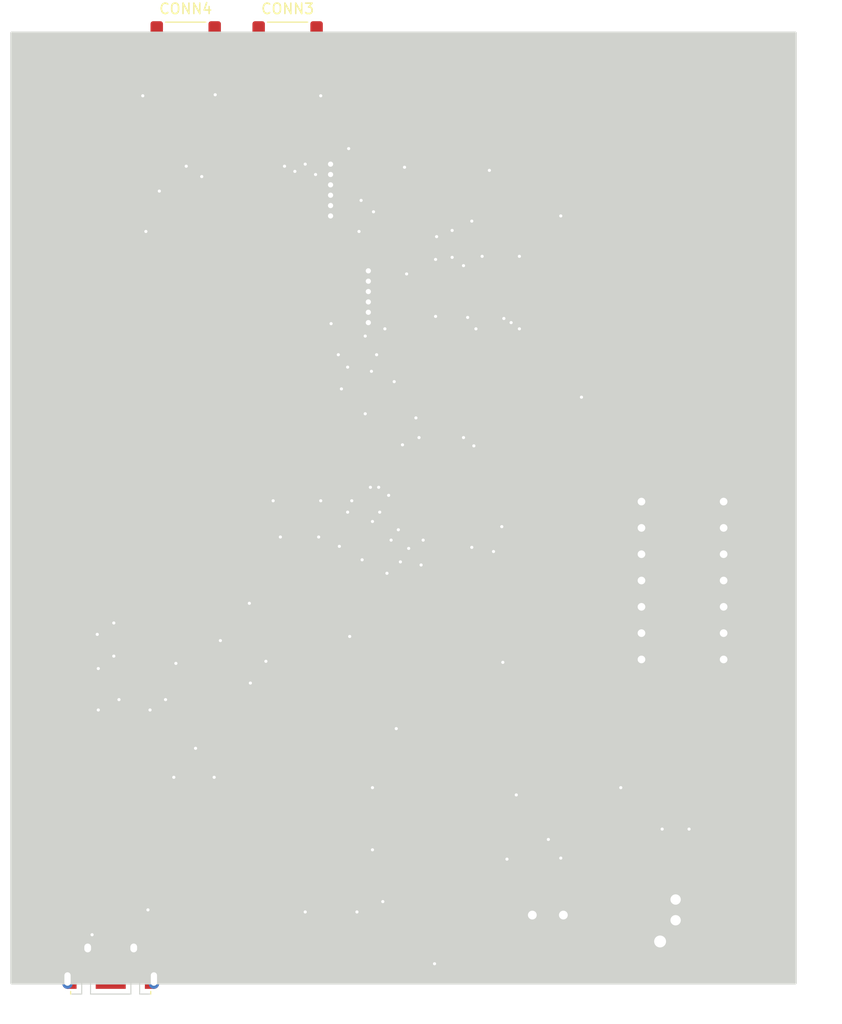
<source format=kicad_pcb>
(kicad_pcb (version 20240109) (generator "pcbnew") (generator_version "8.0")
  (title_block (title "light wand") (date "2024-05-27") (rev "v01") (company "Estella"))
  (layers (0 "F.Cu" signal) (31 "B.Cu" signal) (34 "B.Paste" user) (35 "F.Paste" user) (36 "B.SilkS" user "B.Silkscreen") (37 "F.SilkS" user "F.Silkscreen") (38 "B.Mask" user) (39 "F.Mask" user) (44 "Edge.Cuts" user))
  (net 0 "")
  (net 1 "3.3V")
  (net 2 "GND")
  (net 3 "Net-(U2-PF5(ADC5))")
  (net 4 "Net-(U2-PF4(ADC4))")
  (net 5 "Net-(U2-PF1(ADC1))")
  (net 6 "Net-(U2-PF0(ADC0))")
  (net 7 "Net-(U2-PD2(RX))")
  (net 8 "Net-(U2-PD3(TX))")
  (net 9 "Net-(U2-PF7(ADC7))")
  (net 10 "Net-(U2-PF6(ADC6))")
  (net 11 "Net-(U2-PD4(ADC8))")
  (net 12 "Net-(U2-PC6)")
  (net 13 "Net-(U2-PB4(ADC11))")
  (net 14 "Net-(U2-PE6)")
  (net 15 "Net-(U2-PD7(ADC10))")
  (net 16 "/CPOUT")
  (net 17 "/REGOUT")
  (net 18 "5V")
  (net 19 "VCC")
  (net 20 "VDD")
  (net 21 "V_BATT")
  (net 22 "Net-(U6-BP)")
  (net 23 "/SDA")
  (net 24 "/SCL")
  (net 25 "Net-(U2-PD1(SDA))")
  (net 26 "Net-(U2-PD0(SCL))")
  (net 27 "Net-(U2-PB5(ADC12))")
  (net 28 "Net-(U2-PB6(ADC13))")
  (net 29 "Net-(U2-PB7)")
  (net 30 "/SCL_EXT")
  (net 31 "/FSYNC_IN")
  (net 32 "/CLKIN")
  (net 33 "/SDA_EXT")
  (net 34 "/AD0")
  (net 35 "/INT")
  (net 36 "Net-(LED1-A)")
  (net 37 "Net-(LED8-A)")
  (net 38 "Net-(LED8-C)")
  (net 39 "Net-(LED13-C)")
  (net 40 "Net-(LED14-A)")
  (net 41 "Net-(LED16-C)")
  (net 42 "Net-(NeoPixel_D1-Pad1)")
  (net 43 "/SCL_3V")
  (net 44 "/SDA_3V")
  (net 45 "Net-(S1-2)")
  (net 46 "/D+")
  (net 47 "Net-(U4-D+)")
  (net 48 "Net-(U4-D-)")
  (net 49 "/D-")
  (net 50 "Net-(U5-PROG)")
  (net 51 "/RX_LED")
  (net 52 "/TX_LED")
  (net 53 "/USER_LED")
  (net 56 "Net-(U6-EN)")
  (net 70 "Net-(U2-XTAL1)")
  (net 71 "/MISO")
  (net 73 "/MOSI")
  (net 74 "/SCK")
  (net 75 "Net-(U2-XTAL2)")
  (footprint "TestPoint:TestPoint_Pad_1.5x1.5mm" (layer "F.Cu") (at 168.95 84.8)
    (property "Reference" "A2")
    (property "Value" "SEWTAP9")
  )
  (footprint "Connector_JST:JST_SH_BM04B-SRSS-TB_1x04-1MP_P1.00mm_Vertical" (layer "F.Cu") (at 143.95 54.1)
    (property "Reference" "CONN4")
    (property "Value" "STEMMA_I2C_QT")
  )
  (footprint "TestPoint:TestPoint_Pad_1.5x1.5mm" (layer "F.Cu") (at 170.95 88.8)
    (property "Reference" "A1")
    (property "Value" "SEWTAP9")
  )
  (footprint "TestPoint:TestPoint_Pad_1.5x1.5mm" (layer "F.Cu") (at 167.5 87.4)
    (property "Reference" "A3")
    (property "Value" "SEWTAP9")
  )
  (footprint "LED_SMD:LED_0201_0603Metric_Pad0.64x0.40mm_HandSolder" (layer "F.Cu") (at 183.5175 84.8)
    (property "Reference" "LED14")
    (property "Value" "RED")
  )
  (footprint "TestPoint:TestPoint_Pad_4.0x4.0mm" (layer "F.Cu") (at 190 67.9)
    (property "Reference" "NeoGND1")
    (property "Value" "SEWTAP9")
  )
  (footprint "Capacitor_SMD:C_0201_0603Metric_Pad0.64x0.40mm_HandSolder" (layer "F.Cu") (at 145.95 73.8)
    (property "Reference" "C11")
    (property "Value" "C-EUC0603")
  )
  (footprint "1my_library:SOP65P490X110-8N" (layer "F.Cu") (at 192.105 123.325)
    (property "Reference" "U6")
    (property "Value" "MIC5219")
  )
  (footprint "TestPoint:TestPoint_Pad_1.5x1.5mm" (layer "F.Cu") (at 182.95 96.8)
    (property "Reference" "A11")
    (property "Value" "SEWTAP9")
  )
  (footprint "Capacitor_SMD:C_0201_0603Metric_Pad0.64x0.40mm_HandSolder" (layer "F.Cu") (at 145.9495 70.8152)
    (property "Reference" "C8")
    (property "Value" "C-EUC0603")
  )
  (footprint "Capacitor_SMD:C_1206_3216Metric_Pad1.33x1.80mm_HandSolder" (layer "F.Cu") (at 159.4375 134)
    (property "Reference" "C13")
    (property "Value" "4.7uF")
  )
  (footprint "LED_SMD:LED_0201_0603Metric_Pad0.64x0.40mm_HandSolder" (layer "F.Cu") (at 142.3825 127.8)
    (property "Reference" "LED8")
    (property "Value" "RED")
  )
  (footprint "Capacitor_SMD:C_0201_0603Metric_Pad0.64x0.40mm_HandSolder" (layer "F.Cu") (at 145.95 76.8)
    (property "Reference" "C19")
    (property "Value" "C-EUC0603")
  )
  (footprint "TestPoint:TestPoint_Pad_1.5x1.5mm" (layer "F.Cu") (at 182.95 106.8)
    (property "Reference" "A5")
    (property "Value" "SEWTAP9")
  )
  (footprint "Jumper:SolderJumper-2_P1.3mm_Bridged2Bar_Pad1.0x1.5mm" (layer "F.Cu") (at 167.6 68.8)
    (property "Reference" "SJ2")
    (property "Value" "FSYNC")
  )
  (footprint "Connector_PinHeader_1.00mm:PinHeader_1x06_P1.00mm_Vertical" (layer "F.Cu") (at 161.6 81.1 180)
    (property "Reference" "JP2")
    (property "Value" "HEADER-1X6ROUND")
  )
  (footprint "Diode_SMD:D_SMA_Handsoldering" (layer "F.Cu") (at 173.5 124 180)
    (property "Reference" "D18")
    (property "Value" "DIODE-SCHOTTKY-B340A")
  )
  (footprint "Resistor_SMD:R_0201_0603Metric_Pad0.64x0.40mm_HandSolder" (layer "F.Cu") (at 142.3825 130.8)
    (property "Reference" "R7")
    (property "Value" "330")
  )
  (footprint "1my_library:DIP794W45P254L1930H508Q14" (layer "F.Cu") (at 191.97 106)
    (property "Reference" "U7")
    (property "Value" "74AHCT125")
  )
  (footprint "Resistor_SMD:R_0201_0603Metric_Pad0.64x0.40mm_HandSolder" (layer "F.Cu") (at 162.5675 124.5)
    (property "Reference" "R8")
    (property "Value" "10k")
  )
  (footprint "TestPoint:TestPoint_Pad_1.5x1.5mm" (layer "F.Cu") (at 178.95 103.8)
    (property "Reference" "A6")
    (property "Value" "SEWTAP9")
  )
  (footprint "Capacitor_SMD:C_0201_0603Metric_Pad0.64x0.40mm_HandSolder" (layer "F.Cu") (at 145.9731 91.7956)
    (property "Reference" "C17")
    (property "Value" "C-EUC0603")
  )
  (footprint "TestPoint:TestPoint_Pad_4.0x4.0mm" (layer "F.Cu") (at 190 80)
    (property "Reference" "NeoPower1")
    (property "Value" "SEWTAP9")
  )
  (footprint "Capacitor_SMD:C_1206_3216Metric_Pad1.33x1.80mm_HandSolder" (layer "F.Cu") (at 159.4375 140)
    (property "Reference" "C3")
    (property "Value" "4.7uF")
  )
  (footprint "Connector_JST:JST_JWPF_B02B-JWPF-SK-R_1x02_P2.00mm_Vertical" (layer "F.Cu") (at 191.3 136.8)
    (property "Reference" "JP6")
    (property "Value" "M02-JST-2MM-SMT")
  )
  (footprint "Jumper:SolderJumper-2_P1.3mm_Bridged2Bar_Pad1.0x1.5mm" (layer "F.Cu") (at 173.3 70.8 180)
    (property "Reference" "SJ3")
    (property "Value" "SOLDERJUMPER")
  )
  (footprint "Capacitor_SMD:C_0201_0603Metric_Pad0.64x0.40mm_HandSolder" (layer "F.Cu") (at 185 123.5675 90)
    (property "Reference" "C21")
    (property "Value" "470pF")
  )
  (footprint "Connector_JST:JST_SH_BM04B-SRSS-TB_1x04-1MP_P1.00mm_Vertical" (layer "F.Cu") (at 153.8 54.1)
    (property "Reference" "CONN3")
    (property "Value" "STEMMA_I2C_QT")
  )
  (footprint "LED_SMD:LED_0201_0603Metric_Pad0.64x0.40mm_HandSolder" (layer "F.Cu") (at 150.6675 98.3)
    (property "Reference" "LED13")
    (property "Value" "RED")
  )
  (footprint "TestPoint:TestPoint_Pad_1.5x1.5mm" (layer "F.Cu") (at 175.95 107.8)
    (property "Reference" "D3")
    (property "Value" "SEWTAP9")
  )
  (footprint "TestPoint:TestPoint_Pad_1.5x1.5mm" (layer "F.Cu") (at 173.95 88.8)
    (property "Reference" "A7")
    (property "Value" "SEWTAP9")
  )
  (footprint "TestPoint:TestPoint_Pad_1.5x1.5mm" (layer "F.Cu") (at 178.95 95.8)
    (property "Reference" "D4")
    (property "Value" "SEWTAP9")
  )
  (footprint "Capacitor_SMD:C_0201_0603Metric_Pad0.64x0.40mm_HandSolder" (layer "F.Cu") (at 150.5175 79.8)
    (property "Reference" "C12")
    (property "Value" ".1uF")
  )
  (footprint "TestPoint:TestPoint_Pad_1.5x1.5mm" (layer "F.Cu") (at 159.7 95)
    (property "Reference" "A12")
    (property "Value" "SEWTAP9")
  )
  (footprint "Capacitor_SMD:C_0805_2012Metric_Pad1.18x1.45mm_HandSolder" (layer "F.Cu") (at 154.95 114.8375 90)
    (property "Reference" "C5")
    (property "Value" "10uF")
  )
  (footprint "LED_SMD:LED_0201_0603Metric_Pad0.64x0.40mm_HandSolder" (layer "F.Cu") (at 150.3825 102.8)
    (property "Reference" "LED16")
    (property "Value" "RED")
  )
  (footprint "Resistor_SMD:R_0201_0603Metric_Pad0.64x0.40mm_HandSolder" (layer "F.Cu") (at 136.3825 130.8)
    (property "Reference" "R6")
    (property "Value" "22")
  )
  (footprint "Package_TO_SOT_SMD:SOT-23-5_HandSoldering" (layer "F.Cu") (at 167.65 132.95)
    (property "Reference" "U5")
    (property "Value" "MCP73831")
  )
  (footprint "TestPoint:TestPoint_Pad_1.5x1.5mm" (layer "F.Cu") (at 182.95 100.8)
    (property "Reference" "A9")
    (property "Value" "SEWTAP9")
  )
  (footprint "Resistor_SMD:R_0201_0603Metric_Pad0.64x0.40mm_HandSolder" (layer "F.Cu") (at 158.3825 101.8)
    (property "Reference" "R10")
    (property "Value" "330")
  )
  (footprint "TestPoint:TestPoint_Pad_4.0x4.0mm" (layer "F.Cu") (at 190 73.95)
    (property "Reference" "NeoPixel_D1")
    (property "Value" "SEWTAP9")
  )
  (footprint "Package_TO_SOT_SMD:SOT-23-5_HandSoldering" (layer "F.Cu") (at 144.3 111.8)
    (property "Reference" "U3")
    (property "Value" "AP2112K-3.3")
  )
  (footprint "Resistor_SMD:R_0201_0603Metric_Pad0.64x0.40mm_HandSolder" (layer "F.Cu") (at 158.3825 75.8)
    (property "Reference" "R2")
    (property "Value" "10K")
  )
  (footprint "Capacitor_SMD:C_0805_2012Metric_Pad1.18x1.45mm_HandSolder" (layer "F.Cu") (at 143.9875 102.8 180)
    (property "Reference" "C6")
    (property "Value" "10uF")
  )
  (footprint "Crystal:Resonator_SMD-3Pin_7.2x3.0mm_HandSoldering" (layer "F.Cu") (at 168.45 110.8 180)
    (property "Reference" "Y1")
    (property "Value" "8MHz")
  )
  (footprint "1my_library:AYZ0202" (layer "F.Cu") (at 178.95 138.3)
    (property "Reference" "S2")
    (property "Value" "SWITCH-DPDTAYZ0202")
  )
  (footprint "TestPoint:TestPoint_Pad_1.5x1.5mm" (layer "F.Cu") (at 155.6 85.9)
    (property "Reference" "+1")
    (property "Value" "SEWTAP9")
  )
  (footprint "Capacitor_SMD:C_0201_0603Metric_Pad0.64x0.40mm_HandSolder" (layer "F.Cu") (at 158.3825 82.8)
    (property "Reference" "C2")
    (property "Value" "0.1uF")
  )
  (footprint "Resistor_SMD:R_0201_0603Metric_Pad0.64x0.40mm_HandSolder" (layer "F.Cu") (at 179.3825 84.8 180)
    (property "Reference" "R11")
    (property "Value" "330")
  )
  (footprint "TestPoint:TestPoint_Pad_1.5x1.5mm" (layer "F.Cu") (at 172.95 84.8)
    (property "Reference" "A8")
    (property "Value" "SEWTAP9")
  )
  (footprint "1my_library:SW_TL3305BF160QG" (layer "F.Cu") (at 169.55 61.3)
    (property "Reference" "S1")
    (property "Value" "TL3305BF160QG")
  )
  (footprint "Jumper:SolderJumper-2_P1.3mm_Bridged2Bar_Pad1.0x1.5mm" (layer "F.Cu") (at 163.6 68.8 180)
    (property "Reference" "SJ1")
    (property "Value" "CLKIN")
  )
  (footprint "Capacitor_SMD:C_0201_0603Metric_Pad0.64x0.40mm_HandSolder" (layer "F.Cu") (at 145.95 98.8)
    (property "Reference" "C18")
    (property "Value" "1uF")
  )
  (footprint "Capacitor_SMD:C_0201_0603Metric_Pad0.64x0.40mm_HandSolder" (layer "F.Cu") (at 150.5451 89.3064)
    (property "Reference" "C14")
    (property "Value" "4.7uF")
  )
  (footprint "TestPoint:TestPoint_Pad_1.5x1.5mm" (layer "F.Cu") (at 179.2 92.3)
    (property "Reference" "A10")
    (property "Value" "SEWTAP9")
  )
  (footprint "Capacitor_SMD:C_0201_0603Metric_Pad0.64x0.40mm_HandSolder" (layer "F.Cu") (at 194 127 180)
    (property "Reference" "C7")
    (property "Value" "0.1uF")
  )
  (footprint "Resistor_SMD:R_0201_0603Metric_Pad0.64x0.40mm_HandSolder" (layer "F.Cu") (at 134.1325 127.8)
    (property "Reference" "R5")
    (property "Value" "22")
  )
  (footprint "Capacitor_SMD:C_0201_0603Metric_Pad0.64x0.40mm_HandSolder" (layer "F.Cu") (at 150.5175 85.8)
    (property "Reference" "C9")
    (property "Value" ".1uF")
  )
  (footprint "TestPoint:TestPoint_Pad_1.5x1.5mm" (layer "F.Cu") (at 182.95 92.8)
    (property "Reference" "D5")
    (property "Value" "SEWTAP9")
  )
  (footprint "Capacitor_SMD:C_0201_0603Metric_Pad0.64x0.40mm_HandSolder" (layer "F.Cu") (at 145.9477 85.7758)
    (property "Reference" "C15")
    (property "Value" "C-EUC0603")
  )
  (footprint "TestPoint:TestPoint_Pad_1.5x1.5mm" (layer "F.Cu") (at 151.95 73.8)
    (property "Reference" "-1")
    (property "Value" "SEWTAP9")
  )
  (footprint "Connector_PinHeader_1.00mm:PinHeader_1x06_P1.00mm_Vertical" (layer "F.Cu") (at 157.95 65.8)
    (property "Reference" "JP3")
    (property "Value" "HEADER-1X670MIL")
  )
  (footprint "TestPoint:TestPoint_Pad_1.5x1.5mm" (layer "F.Cu") (at 161.4 107.1 180)
    (property "Reference" "D6")
    (property "Value" "SEWTAP9")
  )
  (footprint "1my_library:QFN44G-0.5-7X7MM" (layer "F.Cu") (at 168.45 97.3)
    (property "Reference" "U2")
    (property "Value" "ATMEGA32U41:1-LESS_PASTE")
  )
  (footprint "Connector_USB:USB_Micro-AB_Molex_47590-0001" (layer "F.Cu") (at 136.7 144.475)
    (property "Reference" "U4")
    (property "Value" "USB-ABCONN-11794")
    (fp_line (start -3.75 1.45) (end -2.8 1.45) (stroke (width 0.1)) (layer "Edge.Cuts"))
    (fp_line (start -2.8 -0.125) (end -2.8 1.45) (stroke (width 0.1)) (layer "Edge.Cuts"))
    (fp_line (start -1.95 -0.125) (end -1.95 1.45) (stroke (width 0.1)) (layer "Edge.Cuts"))
    (fp_line (start -1.95 1.45) (end 1.95 1.45) (stroke (width 0.1)) (layer "Edge.Cuts"))
    (fp_line (start 1.95 -0.125) (end 1.95 1.45) (stroke (width 0.1)) (layer "Edge.Cuts"))
    (fp_line (start 2.8 -0.125) (end 2.8 1.45) (stroke (width 0.1)) (layer "Edge.Cuts"))
    (fp_line (start 2.8 1.45) (end 3.75 1.45) (stroke (width 0.1)) (layer "Edge.Cuts"))
    (fp_arc (start -2.8 -0.125) (mid -2.375 -0.55) (end -1.95 -0.125) (stroke (width 0.1)) (layer "Edge.Cuts"))
    (fp_arc (start 1.95 -0.125) (mid 2.375 -0.55) (end 2.8 -0.125) (stroke (width 0.1)) (layer "Edge.Cuts"))
  )
  (footprint "TestPoint:TestPoint_Pad_1.5x1.5mm" (layer "F.Cu") (at 178.6 108)
    (property "Reference" "D2")
    (property "Value" "SEWTAP9")
  )
  (footprint "Resistor_SMD:R_0201_0603Metric_Pad0.64x0.40mm_HandSolder" (layer "F.Cu") (at 158.3925 98.3)
    (property "Reference" "R9")
    (property "Value" "330")
  )
  (footprint "TestPoint:TestPoint_Pad_1.5x1.5mm" (layer "F.Cu") (at 165.95 84.8)
    (property "Reference" "A4")
    (property "Value" "SEWTAP9")
  )
  (footprint "Resistor_SMD:R_0201_0603Metric_Pad0.64x0.40mm_HandSolder" (layer "F.Cu") (at 194.5675 130 180)
    (property "Reference" "R4")
    (property "Value" "10K")
  )
  (footprint "Capacitor_SMD:C_0201_0603Metric_Pad0.64x0.40mm_HandSolder" (layer "F.Cu") (at 145.95 79.8)
    (property "Reference" "C20")
    (property "Value" "C-EUC0603")
  )
  (footprint "Capacitor_SMD:C_0201_0603Metric_Pad0.64x0.40mm_HandSolder" (layer "F.Cu") (at 150.5175 82.8)
    (property "Reference" "C4")
    (property "Value" ".1uF")
  )
  (footprint "Package_TO_SOT_SMD:SOT-363_SC-70-6_Handsoldering" (layer "F.Cu") (at 142.95 120.13 -90)
    (property "Reference" "Q2")
    (property "Value" "BSS138")
  )
  (footprint "TestPoint:TestPoint_Pad_1.5x1.5mm" (layer "F.Cu") (at 178.95 99.8)
    (property "Reference" "A13")
    (property "Value" "SEWTAP9")
  )
  (footprint "Resistor_SMD:R_Array_Convex_4x0603" (layer "F.Cu") (at 132.9 114.2)
    (property "Reference" "R3")
    (property "Value" "10K")
  )
  (footprint "Sensor_Motion:InvenSense_QFN-24_4x4mm_P0.5mm" (layer "F.Cu") (at 173.9 77.7)
    (property "Reference" "U1")
    (property "Value" "MPU-6050")
  )
  (footprint "Resistor_SMD:R_0201_0603Metric_Pad0.64x0.40mm_HandSolder" (layer "F.Cu") (at 161.95 63.8 90)
    (property "Reference" "R1")
    (property "Value" "10k")
  )
  (footprint "Capacitor_SMD:C_0201_0603Metric_Pad0.64x0.40mm_HandSolder" (layer "F.Cu") (at 145.9473 82.7786)
    (property "Reference" "C10")
    (property "Value" "C-EUC0603")
  )
  (footprint "Capacitor_SMD:C_0201_0603Metric_Pad0.64x0.40mm_HandSolder" (layer "F.Cu") (at 145.9477 88.7476)
    (property "Reference" "C16")
    (property "Value" "C-EUC0603")
  )
  (footprint "Capacitor_SMD:C_0201_0603Metric_Pad0.64x0.40mm_HandSolder" (layer "F.Cu") (at 166.3825 72.8)
    (property "Reference" "C1")
    (property "Value" "2.2nF")
  )
  (footprint "LED_SMD:LED_0201_0603Metric_Pad0.64x0.40mm_HandSolder" (layer "F.Cu") (at 189.4325 129 90)
    (property "Reference" "LED1")
    (property "Value" "GREEN")
  )
  (segment (start 150.9526 89.7474) (end 150.26 90.44) (width 0.4064) (layer "F.Cu") (net 1))
  (segment (start 146.3575 98.8) (end 146.3575 101.4675) (width 0.3048) (layer "F.Cu") (net 1))
  (segment (start 149.76 98.8) (end 150.26 98.3) (width 0.3048) (layer "F.Cu") (net 1))
  (segment (start 162 100.3) (end 162.7 101) (width 0.3048) (layer "F.Cu") (net 1))
  (segment (start 164.3 101) (end 164.4 101.1) (width 0.3048) (layer "F.Cu") (net 1))
  (segment (start 162 99.6) (end 162 100.3) (width 0.3048) (layer "F.Cu") (net 1))
  (segment (start 132 115.4) (end 132.4 115.4) (width 0.4064) (layer "F.Cu") (net 1))
  (segment (start 161.3 89.9) (end 161.9 89.9) (width 0.3048) (layer "F.Cu") (net 1))
  (segment (start 173.1 99.4) (end 174.5 100.8) (width 0.1524) (layer "F.Cu") (net 1))
  (segment (start 162.692235 97.8) (end 163.239275 97.25296) (width 0.1524) (layer "F.Cu") (net 1))
  (segment (start 155.5 85.8) (end 155.6 85.9) (width 0.1524) (layer "F.Cu") (net 1))
  (segment (start 163.2075 64.2075) (end 165.1 66.1) (width 0.4064) (layer "F.Cu") (net 1))
  (segment (start 161.9 89.9) (end 164.9 92.9) (width 0.3048) (layer "F.Cu") (net 1))
  (segment (start 165.1 97.3) (end 164.3 97.3) (width 0.1524) (layer "F.Cu") (net 1))
  (segment (start 164.25296 97.25296) (end 164.3 97.3) (width 0.1524) (layer "F.Cu") (net 1))
  (segment (start 150.925 85.8) (end 150.925 89.2788) (width 0.4064) (layer "F.Cu") (net 1))
  (segment (start 164.2 86.9) (end 164.1 86.8) (width 0.2) (layer "F.Cu") (net 1))
  (segment (start 146.3575 98.8) (end 149.76 98.8) (width 0.3048) (layer "F.Cu") (net 1))
  (segment (start 194.21 124.3) (end 194.4075 124.4975) (width 0.4064) (layer "F.Cu") (net 1))
  (segment (start 163.239275 97.25296) (end 164.25296 97.25296) (width 0.1524) (layer "F.Cu") (net 1))
  (segment (start 156.39972 98.74009) (end 157.05963 99.4) (width 0.1524) (layer "F.Cu") (net 1))
  (segment (start 142.499999 120) (end 142 120) (width 0.4064) (layer "F.Cu") (net 1))
  (segment (start 145.2 107.8) (end 145.2 110.4) (width 0.3048) (layer "F.Cu") (net 1))
  (segment (start 145.025 102.8) (end 149.975 102.8) (width 0.3048) (layer "F.Cu") (net 1))
  (segment (start 171.9 93) (end 171.8 93.1) (width 0.3048) (layer "F.Cu") (net 1))
  (segment (start 180.8 120.1) (end 174.6 113.9) (width 0.1524) (layer "F.Cu") (net 1))
  (segment (start 167.12648 89.82648) (end 164.9 87.6) (width 0.2) (layer "F.Cu") (net 1))
  (segment (start 173.95 70.8) (end 173.95 67.05) (width 0.4064) (layer "F.Cu") (net 1))
  (segment (start 157.05963 99.4) (end 159.6 99.4) (width 0.1524) (layer "F.Cu") (net 1))
  (segment (start 157.4 85.9) (end 159 87.5) (width 0.4064) (layer "F.Cu") (net 1))
  (segment (start 163.2 81.7) (end 172 81.7) (width 0.3048) (layer "F.Cu") (net 1))
  (segment (start 171.8 99.3) (end 173 99.3) (width 0.1524) (layer "F.Cu") (net 1))
  (segment (start 166.9 102.1) (end 166.95 102.05) (width 0.1524) (layer "F.Cu") (net 1))
  (segment (start 132.74976 114.353234) (end 132.75052 114.353994) (width 0.4064) (layer "F.Cu") (net 1))
  (segment (start 157.95 66.8) (end 156.5 66.8) (width 0.4064) (layer "F.Cu") (net 1))
  (segment (start 172 81.7) (end 172.1 81.7) (width 0.3048) (layer "F.Cu") (net 1))
  (segment (start 144.9 122.9) (end 144.9 122.2) (width 0.4064) (layer "F.Cu") (net 1))
  (segment (start 150.925 79.8) (end 150.925 82.8) (width 0.4064) (layer "F.Cu") (net 1))
  (segment (start 171.8 93.1) (end 171.8 93) (width 0.3048) (layer "F.Cu") (net 1))
  (segment (start 143.2 123.4) (end 144.4 123.4) (width 0.4064) (layer "F.Cu") (net 1))
  (segment (start 162 97.8) (end 162.692235 97.8) (width 0.1524) (layer "F.Cu") (net 1))
  (segment (start 194.4075 127) (end 194.975 127.5675) (width 0.4064) (layer "F.Cu") (net 1))
  (segment (start 132.4 115.4) (end 135.5 118.5) (width 0.4064) (layer "F.Cu") (net 1))
  (segment (start 178.7 73.8) (end 178.7 77.1) (width 0.3048) (layer "F.Cu") (net 1))
  (segment (start 144 120) (end 142.499999 120) (width 0.4064) (layer "F.Cu") (net 1))
  (segment (start 159.7 64.3) (end 161.8575 64.3) (width 0.4064) (layer "F.Cu") (net 1))
  (segment (start 164.9 87.6) (end 164.2 86.9) (width 0.2) (layer "F.Cu") (net 1))
  (segment (start 194.21 124.3) (end 195.3 124.3) (width 0.1524) (layer "F.Cu") (net 1))
  (segment (start 164.5 101.2) (end 164.4 101.1) (width 0.3048) (layer "F.Cu") (net 1))
  (segment (start 147.45 110.85) (end 145.65 110.85) (width 0.4064) (layer "F.Cu") (net 1))
  (segment (start 142 120) (end 140.5 118.5) (width 0.4064) (layer "F.Cu") (net 1))
  (segment (start 178.7 77.1) (end 176.85 78.95) (width 0.3048) (layer "F.Cu") (net 1))
  (segment (start 161.95 64.2075) (end 163.2075 64.2075) (width 0.4064) (layer "F.Cu") (net 1))
  (segment (start 156.5 97.7) (end 156.39972 97.80028) (width 0.1524) (layer "F.Cu") (net 1))
  (segment (start 150.925 82.8) (end 150.925 85.8) (width 0.4064) (layer "F.Cu") (net 1))
  (segment (start 156.9 97.3) (end 156.5 97.7) (width 0.1524) (layer "F.Cu") (net 1))
  (segment (start 144.4 123.4) (end 144.9 122.9) (width 0.4064) (layer "F.Cu") (net 1))
  (segment (start 162.7 101) (end 164.3 101) (width 0.3048) (layer "F.Cu") (net 1))
  (segment (start 176.75 81.15) (end 176.2 81.7) (width 0.3048) (layer "F.Cu") (net 1))
  (segment (start 142.95 119.549999) (end 142.499999 120) (width 0.4064) (layer "F.Cu") (net 1))
  (segment (start 173.15 80.65) (end 173.15 79.65) (width 0.3048) (layer "F.Cu") (net 1))
  (segment (start 164.1 86.8) (end 164.1 86.9) (width 0.2) (layer "F.Cu") (net 1))
  (segment (start 142.95 118.8) (end 142.95 119.549999) (width 0.4064) (layer "F.Cu") (net 1))
  (segment (start 144.9 122.2) (end 144.9 120.9) (width 0.4064) (layer "F.Cu") (net 1))
  (segment (start 174.5 100.8) (end 174.6 100.8) (width 0.1524) (layer "F.Cu") (net 1))
  (segment (start 167.12648 92.47352) (end 167.12648 89.82648) (width 0.2) (layer "F.Cu") (net 1))
  (segment (start 164.9 92.9) (end 165.95 93.95) (width 0.3048) (layer "F.Cu") (net 1))
  (segment (start 142.95 121.46) (end 142.95 123.15) (width 0.4064) (layer "F.Cu") (net 1))
  (segment (start 144.9 120.9) (end 144 120) (width 0.4064) (layer "F.Cu") (net 1))
  (segment (start 173 99.3) (end 173.1 99.4) (width 0.1524) (layer "F.Cu") (net 1))
  (segment (start 166.95 93.95) (end 166.95 92.65) (width 0.2) (layer "F.Cu") (net 1))
  (segment (start 195.3 124.3) (end 196.7 122.9) (width 0.1524) (layer "F.Cu") (net 1))
  (segment (start 175.85 78.95) (end 176.75 78.95) (width 0.3048) (layer "F.Cu") (net 1))
  (segment (start 194.975 127.5675) (end 194.975 130) (width 0.4064) (layer "F.Cu") (net 1))
  (segment (start 171.8 93) (end 171.9 93) (width 0.3048) (layer "F.Cu") (net 1))
  (segment (start 162 98.4) (end 162 99.6) (width 0.3048) (layer "F.Cu") (net 1))
  (segment (start 166.95 100.65) (end 166.9 102.1) (width 0.1524) (layer "F.Cu") (net 1))
  (segment (start 194.4075 124.4975) (end 194.4075 127) (width 0.4064) (layer "F.Cu") (net 1))
  (segment (start 159.6 99.4) (end 159.5 99.4) (width 0.1524) (layer "F.Cu") (net 1))
  (segment (start 176.85 78.95) (end 176.75 78.95) (width 0.3048) (layer "F.Cu") (net 1))
  (segment (start 164.5 101.1) (end 164.5 101.2) (width 0.3048) (layer "F.Cu") (net 1))
  (segment (start 196.7 121.4) (end 195.4 120.1) (width 0.1524) (layer "F.Cu") (net 1))
  (segment (start 161.8575 64.3) (end 161.95 64.2075) (width 0.4064) (layer "F.Cu") (net 1))
  (segment (start 161.3 89.9) (end 156.9 94.3) (width 0.1524) (layer "F.Cu") (net 1))
  (segment (start 162 97.8) (end 162 98.4) (width 0.3048) (layer "F.Cu") (net 1))
  (segment (start 195.4 120.1) (end 180.8 120.1) (width 0.1524) (layer "F.Cu") (net 1))
  (segment (start 150.925 85.8) (end 155.5 85.8) (width 0.1524) (layer "F.Cu") (net 1))
  (segment (start 132.75052 114.353994) (end 132.75052 115.15052) (width 0.4064) (layer "F.Cu") (net 1))
  (segment (start 145.025 102.8) (end 145.025 107.625) (width 0.3048) (layer "F.Cu") (net 1))
  (segment (start 145.2 110.4) (end 145.65 110.85) (width 0.3048) (layer "F.Cu") (net 1))
  (segment (start 166.95 102.05) (end 167 102.1) (width 0.1524) (layer "F.Cu") (net 1))
  (segment (start 150.26 90.44) (end 150.26 98.3) (width 0.4064) (layer "F.Cu") (net 1))
  (segment (start 175.7 70.8) (end 178.7 73.8) (width 0.3048) (layer "F.Cu") (net 1))
  (segment (start 173.95 70.8) (end 175.7 70.8) (width 0.3048) (layer "F.Cu") (net 1))
  (segment (start 145.025 107.625) (end 145.2 107.8) (width 0.3048) (layer "F.Cu") (net 1))
  (segment (start 132.50028 113.8) (end 132.74976 114.04948) (width 0.4064) (layer "F.Cu") (net 1))
  (segment (start 173.95 67.05) (end 173.3 66.4) (width 0.4064) (layer "F.Cu") (net 1))
  (segment (start 156.39972 97.80028) (end 156.39972 98.74009) (width 0.1524) (layer "F.Cu") (net 1))
  (segment (start 150.1 108.2) (end 147.45 110.85) (width 0.4064) (layer "F.Cu") (net 1))
  (segment (start 132.74976 114.04948) (end 132.74976 114.353234) (width 0.4064) (layer "F.Cu") (net 1))
  (segment (start 150.925 89.2788) (end 150.9526 89.3064) (width 0.4064) (layer "F.Cu") (net 1))
  (segment (start 170.95 93.95) (end 171.8 93.1) (width 0.3048) (layer "F.Cu") (net 1))
  (segment (start 164.4 101.1) (end 164.5 101.1) (width 0.3048) (layer "F.Cu") (net 1))
  (segment (start 172.1 81.7) (end 173.15 80.65) (width 0.3048) (layer "F.Cu") (net 1))
  (segment (start 132.50104 115.4) (end 132.4 115.4) (width 0.4064) (layer "F.Cu") (net 1))
  (segment (start 155.6 85.9) (end 157.4 85.9) (width 0.4064) (layer "F.Cu") (net 1))
  (segment (start 132.75052 115.15052) (end 132.50104 115.4) (width 0.4064) (layer "F.Cu") (net 1))
  (segment (start 196.7 122.9) (end 196.7 121.4) (width 0.1524) (layer "F.Cu") (net 1))
  (segment (start 176.75 78.95) (end 176.75 81.15) (width 0.3048) (layer "F.Cu") (net 1))
  (segment (start 156.9 94.3) (end 156.9 97.3) (width 0.1524) (layer "F.Cu") (net 1))
  (segment (start 166.95 92.65) (end 167.12648 92.47352) (width 0.2) (layer "F.Cu") (net 1))
  (segment (start 150.9526 89.3064) (end 150.9526 89.7474) (width 0.4064) (layer "F.Cu") (net 1))
  (segment (start 132 113.8) (end 132.50028 113.8) (width 0.4064) (layer "F.Cu") (net 1))
  (segment (start 146.3575 101.4675) (end 145.025 102.8) (width 0.3048) (layer "F.Cu") (net 1))
  (segment (start 142.95 123.15) (end 143.2 123.4) (width 0.4064) (layer "F.Cu") (net 1))
  (segment (start 156.5 66.8) (end 156.6 66.8) (width 0.4064) (layer "F.Cu") (net 1))
  (via (at 156.5 66.8) (size 0.6) (drill 0.3) (layers "F.Cu" "B.Cu") (net 1))
  (via (at 164.9 92.9) (size 0.6) (drill 0.3) (layers "F.Cu" "B.Cu") (net 1))
  (via (at 159.7 64.3) (size 0.6) (drill 0.3) (layers "F.Cu" "B.Cu") (net 1))
  (via (at 173.3 66.4) (size 0.6) (drill 0.3) (layers "F.Cu" "B.Cu") (net 1))
  (via (at 165.1 66.1) (size 0.6) (drill 0.3) (layers "F.Cu" "B.Cu") (net 1))
  (via (at 163.2 81.7) (size 0.6) (drill 0.3) (layers "F.Cu" "B.Cu") (net 1))
  (via (at 164.1 86.8) (size 0.6) (drill 0.3) (layers "F.Cu" "B.Cu") (net 1))
  (via (at 162 100.3) (size 0.6) (drill 0.3) (layers "F.Cu" "B.Cu") (net 1))
  (via (at 164.5 101.1) (size 0.6) (drill 0.3) (layers "F.Cu" "B.Cu") (net 1))
  (via (at 172 81.7) (size 0.6) (drill 0.3) (layers "F.Cu" "B.Cu") (net 1))
  (via (at 176.2 81.7) (size 0.6) (drill 0.3) (layers "F.Cu" "B.Cu") (net 1))
  (via (at 161.3 89.9) (size 0.6) (drill 0.3) (layers "F.Cu" "B.Cu") (net 1))
  (via (at 159.6 99.4) (size 0.6) (drill 0.3) (layers "F.Cu" "B.Cu") (net 1))
  (via (at 159 87.5) (size 0.6) (drill 0.3) (layers "F.Cu" "B.Cu") (net 1))
  (via (at 150.1 108.2) (size 0.6) (drill 0.3) (layers "F.Cu" "B.Cu") (net 1))
  (via (at 174.5 100.8) (size 0.6) (drill 0.3) (layers "F.Cu" "B.Cu") (net 1))
  (via (at 174.6 113.9) (size 0.6) (drill 0.3) (layers "F.Cu" "B.Cu") (net 1))
  (via (at 140.5 118.5) (size 0.6) (drill 0.3) (layers "F.Cu" "B.Cu") (net 1))
  (via (at 135.5 118.5) (size 0.6) (drill 0.3) (layers "F.Cu" "B.Cu") (net 1))
  (via (at 171.8 93) (size 0.6) (drill 0.3) (layers "F.Cu" "B.Cu") (net 1))
  (via (at 144.9 122.2) (size 0.6) (drill 0.3) (layers "F.Cu" "B.Cu") (net 1))
  (via (at 166.9 102.1) (size 0.6) (drill 0.3) (layers "F.Cu" "B.Cu") (net 1))
  (segment (start 158.1 64.3) (end 159.7 64.3) (width 0.4064) (layer "B.Cu") (net 1))
  (segment (start 173.3 66.4) (end 173 66.1) (width 0.4064) (layer "B.Cu") (net 1))
  (segment (start 174.6 113.8) (end 174.6 113.9) (width 0.1524) (layer "B.Cu") (net 1))
  (segment (start 164 86.7) (end 163.2 86.7) (width 0.2) (layer "B.Cu") (net 1))
  (segment (start 161.3 89.9) (end 161.4 89.9) (width 0.4064) (layer "B.Cu") (net 1))
  (segment (start 150.1 108.2) (end 150 108.2) (width 0.4064) (layer "B.Cu") (net 1))
  (segment (start 144.9 122.2) (end 155.5 122.2) (width 0.4064) (layer "B.Cu") (net 1))
  (segment (start 165.5 102.1) (end 166.9 102.1) (width 0.3048) (layer "B.Cu") (net 1))
  (segment (start 164.5 101.1) (end 165.5 102.1) (width 0.3048) (layer "B.Cu") (net 1))
  (segment (start 173.4 102.1) (end 174.5 101) (width 0.1524) (layer "B.Cu") (net 1))
  (segment (start 164.9 92.9) (end 165 92.9) (width 0.3048) (layer "B.Cu") (net 1))
  (segment (start 156.5 66.8) (end 156.5 65.9) (width 0.4064) (layer "B.Cu") (net 1))
  (segment (start 174.5 100.8) (end 174.5 113.7) (width 0.1524) (layer "B.Cu") (net 1))
  (segment (start 174.7 113.9) (end 174.8 114) (width 0.1524) (layer "B.Cu") (net 1))
  (segment (start 174.5 113.7) (end 174.6 113.8) (width 0.1524) (layer "B.Cu") (net 1))
  (segment (start 155.5 122.2) (end 157 120.7) (width 0.4064) (layer "B.Cu") (net 1))
  (segment (start 161.4 89.9) (end 161.3 89.8) (width 0.4064) (layer "B.Cu") (net 1))
  (segment (start 165.1 66.1) (end 165 66.1) (width 0.4064) (layer "B.Cu") (net 1))
  (segment (start 140.5 118.5) (end 135.5 118.5) (width 0.4064) (layer "B.Cu") (net 1))
  (segment (start 165 93) (end 164.9 92.9) (width 0.3048) (layer "B.Cu") (net 1))
  (segment (start 163.2 88) (end 161.3 89.9) (width 0.3048) (layer "B.Cu") (net 1))
  (segment (start 166.9 102.1) (end 173.4 102.1) (width 0.1524) (layer "B.Cu") (net 1))
  (segment (start 156.5 65.9) (end 158.1 64.3) (width 0.4064) (layer "B.Cu") (net 1))
  (segment (start 161.3 89.8) (end 161.3 89.9) (width 0.4064) (layer "B.Cu") (net 1))
  (segment (start 164.1 86.8) (end 164 86.7) (width 0.2) (layer "B.Cu") (net 1))
  (segment (start 157 111.8) (end 157.2 111.6) (width 0.4064) (layer "B.Cu") (net 1))
  (segment (start 157 120.7) (end 157 111.8) (width 0.4064) (layer "B.Cu") (net 1))
  (segment (start 173 66.1) (end 165.1 66.1) (width 0.4064) (layer "B.Cu") (net 1))
  (segment (start 153.8 108.2) (end 150.1 108.2) (width 0.4064) (layer "B.Cu") (net 1))
  (segment (start 172 81.7) (end 176.2 81.7) (width 0.3048) (layer "B.Cu") (net 1))
  (segment (start 171.8 93) (end 165 93) (width 0.3048) (layer "B.Cu") (net 1))
  (segment (start 159.6 99.4) (end 160.5 100.3) (width 0.1524) (layer "B.Cu") (net 1))
  (segment (start 157.2 111.6) (end 153.8 108.2) (width 0.4064) (layer "B.Cu") (net 1))
  (segment (start 159.7 64.3) (end 159.6 64.3) (width 0.4064) (layer "B.Cu") (net 1))
  (segment (start 174.5 101) (end 174.5 100.8) (width 0.1524) (layer "B.Cu") (net 1))
  (segment (start 174.6 113.9) (end 174.7 113.9) (width 0.1524) (layer "B.Cu") (net 1))
  (segment (start 159 87.5) (end 161.3 89.8) (width 0.4064) (layer "B.Cu") (net 1))
  (segment (start 160.5 100.3) (end 162 100.3) (width 0.1524) (layer "B.Cu") (net 1))
  (segment (start 163.2 81.7) (end 163.2 86.7) (width 0.3048) (layer "B.Cu") (net 1))
  (segment (start 163.2 86.7) (end 163.2 88) (width 0.3048) (layer "B.Cu") (net 1))
  (segment (start 158.79 75.8) (end 158.79 82.8) (width 0.4064) (layer "F.Cu") (net 2))
  (segment (start 176.2 76.2) (end 176.1 76.2) (width 0.3048) (layer "F.Cu") (net 2))
  (segment (start 162 126) (end 162 124.66) (width 0.4064) (layer "F.Cu") (net 2))
  (segment (start 166.45 93.95) (end 166.5 92.2) (width 0.3048) (layer "F.Cu") (net 2))
  (segment (start 166.125 113.8) (end 168.45 111.475) (width 0.4064) (layer "F.Cu") (net 2))
  (segment (start 144.1 111.429999) (end 144.1 103.95) (width 0.4064) (layer "F.Cu") (net 2))
  (segment (start 159.6 83.61) (end 159.6 85.4) (width 0.1524) (layer "F.Cu") (net 2))
  (segment (start 164.25 70.34) (end 164.25 68.8) (width 0.4064) (layer "F.Cu") (net 2))
  (segment (start 165.5 113.8) (end 162.16 117.14) (width 0.4064) (layer "F.Cu") (net 2))
  (segment (start 163.4 105.3) (end 163.5 105.3) (width 0.1524) (layer "F.Cu") (net 2))
  (segment (start 176.131632 74.7) (end 176.2 74.7) (width 0.3048) (layer "F.Cu") (net 2))
  (segment (start 183.925 84.8) (end 183.925 70.775) (width 0.3048) (layer "F.Cu") (net 2))
  (segment (start 153.8 67.8) (end 157.95 67.8) (width 0.4064) (layer "F.Cu") (net 2))
  (segment (start 142.45 55.425) (end 142.45 63.125) (width 0.3048) (layer "F.Cu") (net 2))
  (segment (start 158.79 75.8) (end 164.25 70.34) (width 0.4064) (layer "F.Cu") (net 2))
  (segment (start 146.3575 79.8) (end 146.3575 82.7759) (width 0.4064) (layer "F.Cu") (net 2))
  (segment (start 146.3575 76.8) (end 146.3575 79.8) (width 0.4064) (layer "F.Cu") (net 2))
  (segment (start 146.357 70.8152) (end 146.357 73.7995) (width 0.4064) (layer "F.Cu") (net 2))
  (segment (start 166.2 90.3) (end 161.9 86) (width 0.1524) (layer "F.Cu") (net 2))
  (segment (start 166.95 68.8) (end 164.25 68.8) (width 0.4064) (layer "F.Cu") (net 2))
  (segment (start 150.11 82.5) (end 150.11 85.8) (width 0.4064) (layer "F.Cu") (net 2))
  (segment (start 146.357 69.357) (end 146.357 70.8152) (width 0.4064) (layer "F.Cu") (net 2))
  (segment (start 146.3552 91.5) (end 146.3552 91.963402) (width 0.4064) (layer "F.Cu") (net 2))
  (segment (start 170.45 93.95) (end 170.45 92.65) (width 0.3048) (layer "F.Cu") (net 2))
  (segment (start 150.11 89.2788) (end 150.1376 89.3064) (width 0.4064) (layer "F.Cu") (net 2))
  (segment (start 176.2 74.768368) (end 176.2 76.2) (width 0.3048) (layer "F.Cu") (net 2))
  (segment (start 143.729999 111.8) (end 144.1 111.429999) (width 0.4064) (layer "F.Cu") (net 2))
  (segment (start 165.1 96.8) (end 162.8 96.8) (width 0.1524) (layer "F.Cu") (net 2))
  (segment (start 156.989999 73.8) (end 158.79 75.600001) (width 0.4064) (layer "F.Cu") (net 2))
  (segment (start 157.875 140) (end 157.875 134) (width 0.4064) (layer "F.Cu") (net 2))
  (segment (start 157.875 133.125) (end 157.875 134) (width 0.4064) (layer "F.Cu") (net 2))
  (segment (start 193.5925 127) (end 191.025 127) (width 0.4064) (layer "F.Cu") (net 2))
  (segment (start 151.7 113.8) (end 154.95 113.8) (width 0.4064) (layer "F.Cu") (net 2))
  (segment (start 180.2 70.8) (end 183.9 70.8) (width 0.3048) (layer "F.Cu") (net 2))
  (segment (start 170.8 92.2) (end 172.9 92.3) (width 0.3048) (layer "F.Cu") (net 2))
  (segment (start 146.3552 91.7702) (end 146.3806 91.7956) (width 0.4064) (layer "F.Cu") (net 2))
  (segment (start 176.2 74.7) (end 176.2 74.768368) (width 0.3048) (layer "F.Cu") (net 2))
  (segment (start 151.95 67.35) (end 152.65 66.65) (width 0.4064) (layer "F.Cu") (net 2))
  (segment (start 168.2 72.8) (end 174.231632 72.8) (width 0.3048) (layer "F.Cu") (net 2))
  (segment (start 162.8 96.8) (end 162.6 97) (width 0.1524) (layer "F.Cu") (net 2))
  (segment (start 184.800001 123.16) (end 181.45 126.510001) (width 0.4064) (layer "F.Cu") (net 2))
  (segment (start 147.3 111.8) (end 147.2 111.8) (width 0.4064) (layer "F.Cu") (net 2))
  (segment (start 173.1 94.4) (end 172.7 94.8) (width 0.3048) (layer "F.Cu") (net 2))
  (segment (start 146.3548 85.7754) (end 146.3552 85.7758) (width 0.4064) (layer "F.Cu") (net 2))
  (segment (start 146.3575 79.8) (end 150.11 79.8) (width 0.4064) (layer "F.Cu") (net 2))
  (segment (start 166.7 104.6) (end 166.7 104.6) (width 0.1524) (layer "F.Cu") (net 2))
  (segment (start 191.3 136.8) (end 191.3 127.3) (width 0.4064) (layer "F.Cu") (net 2))
  (segment (start 150.11 75.64) (end 150.11 79.8) (width 0.4064) (layer "F.Cu") (net 2))
  (segment (start 170.45 92.65) (end 170.8 92.3) (width 0.3048) (layer "F.Cu") (net 2))
  (segment (start 146.3552 91.963402) (end 145.5425 92.776102) (width 0.4064) (layer "F.Cu") (net 2))
  (segment (start 142.95 101.3925) (end 142.95 102.8) (width 0.4064) (layer "F.Cu") (net 2))
  (segment (start 152.3 62.975) (end 152.65 63.325) (width 0.3048) (layer "F.Cu") (net 2))
  (segment (start 135.4 140.7) (end 134.9 140.2) (width 0.3048) (layer "F.Cu") (net 2))
  (segment (start 162.7 75) (end 161.6 76.1) (width 0.2) (layer "F.Cu") (net 2))
  (segment (start 145.5425 92.776102) (end 145.5425 98.8) (width 0.4064) (layer "F.Cu") (net 2))
  (segment (start 166.3 132.95) (end 175 132.9) (width 0.3048) (layer "F.Cu") (net 2))
  (segment (start 142.95 111.8) (end 147.3 111.8) (width 0.4064) (layer "F.Cu") (net 2))
  (segment (start 176.2 74.768368) (end 176.2 74.768368) (width 0.3048) (layer "F.Cu") (net 2))
  (segment (start 191.025 127) (end 191.0125 127.0125) (width 0.4064) (layer "F.Cu") (net 2))
  (segment (start 166.8 104.5) (end 166.7 104.5) (width 0.1524) (layer "F.Cu") (net 2))
  (segment (start 171.8 99.8) (end 173.7 101.7) (width 0.1524) (layer "F.Cu") (net 2))
  (segment (start 142.45 65.45) (end 146.357 69.357) (width 0.4064) (layer "F.Cu") (net 2))
  (segment (start 172.9 92.3) (end 173.1 92.5) (width 0.3048) (layer "F.Cu") (net 2))
  (segment (start 144.1 103.95) (end 142.95 102.8) (width 0.4064) (layer "F.Cu") (net 2))
  (segment (start 146.3548 82.7786) (end 146.3548 85.7754) (width 0.4064) (layer "F.Cu") (net 2))
  (segment (start 159.6 85.4) (end 159.6 85.3) (width 0.1524) (layer "F.Cu") (net 2))
  (segment (start 146.3552 88.7476) (end 146.3552 91.5) (width 0.4064) (layer "F.Cu") (net 2))
  (segment (start 146.3575 82.7759) (end 146.3548 82.7786) (width 0.4064) (layer "F.Cu") (net 2))
  (segment (start 162 132) (end 159 132) (width 0.4064) (layer "F.Cu") (net 2))
  (segment (start 161.9 85.8) (end 161.9 85.9) (width 0.1524) (layer "F.Cu") (net 2))
  (segment (start 151.95 73.8) (end 156.989999 73.8) (width 0.4064) (layer "F.Cu") (net 2))
  (segment (start 151.95 73.8) (end 151.95 67.35) (width 0.4064) (layer "F.Cu") (net 2))
  (segment (start 166.2 90.3) (end 166.2 91.9) (width 0.1524) (layer "F.Cu") (net 2))
  (segment (start 185.16 123) (end 185 123.16) (width 0.4064) (layer "F.Cu") (net 2))
  (segment (start 150.11 79.8) (end 150.11 82.5) (width 0.4064) (layer "F.Cu") (net 2))
  (segment (start 159 132) (end 157.875 133.125) (width 0.4064) (layer "F.Cu") (net 2))
  (segment (start 158.79 75.600001) (end 158.79 75.8) (width 0.4064) (layer "F.Cu") (net 2))
  (segment (start 173.1 92.5) (end 173.1 94.4) (width 0.3048) (layer "F.Cu") (net 2))
  (segment (start 166.7 104.5) (end 166.7 104.6) (width 0.1524) (layer "F.Cu") (net 2))
  (segment (start 167.45 103.85) (end 166.8 104.5) (width 0.1524) (layer "F.Cu") (net 2))
  (segment (start 162.95 132.95) (end 162 132) (width 0.4064) (layer "F.Cu") (net 2))
  (segment (start 175 132.9) (end 175.05 132.95) (width 0.3048) (layer "F.Cu") (net 2))
  (segment (start 170.8 92.3) (end 170.8 92.2) (width 0.3048) (layer "F.Cu") (net 2))
  (segment (start 146.3575 73.8) (end 146.3575 76.8) (width 0.4064) (layer "F.Cu") (net 2))
  (segment (start 142.95 111.8) (end 143.729999 111.8) (width 0.4064) (layer "F.Cu") (net 2))
  (segment (start 166.79 69.61) (end 166.79 72.8) (width 0.4064) (layer "F.Cu") (net 2))
  (segment (start 181.45 126.510001) (end 181.45 135.475) (width 0.4064) (layer "F.Cu") (net 2))
  (segment (start 166.3 132.95) (end 162.95 132.95) (width 0.4064) (layer "F.Cu") (net 2))
  (segment (start 172.7 94.8) (end 171.8 94.8) (width 0.3048) (layer "F.Cu") (net 2))
  (segment (start 165.95 62.8) (end 165.95 67.8) (width 0.4064) (layer "F.Cu") (net 2))
  (segment (start 152.65 66.65) (end 153.8 67.8) (width 0.4064) (layer "F.Cu") (net 2))
  (segment (start 183.9 70.8) (end 183.925 70.775) (width 0.3048) (layer "F.Cu") (net 2))
  (segment (start 158.79 82.8) (end 159.6 83.61) (width 0.1524) (layer "F.Cu") (net 2))
  (segment (start 161.9 86) (end 161.9 85.8) (width 0.1524) (layer "F.Cu") (net 2))
  (segment (start 180.2 132.8) (end 181.45 134.05) (width 0.3048) (layer "F.Cu") (net 2))
  (segment (start 150.11 85.8) (end 150.11 89.2788) (width 0.4064) (layer "F.Cu") (net 2))
  (segment (start 154.95 113.8) (end 166.125 113.8) (width 0.4064) (layer "F.Cu") (net 2))
  (segment (start 168.1 75) (end 166.8 75) (width 0.2) (layer "F.Cu") (net 2))
  (segment (start 142.45 63.125) (end 142.45 65.45) (width 0.4064) (layer "F.Cu") (net 2))
  (segment (start 166.7 104.5) (end 165.9 105.3) (width 0.1524) (layer "F.Cu") (net 2))
  (segment (start 166.2 91.9) (end 166.5 92.2) (width 0.1524) (layer "F.Cu") (net 2))
  (segment (start 140.3 137.8) (end 150.9 137.8) (width 0.3048) (layer "F.Cu") (net 2))
  (segment (start 146.3552 91.5) (end 146.3552 91.7702) (width 0.4064) (layer "F.Cu") (net 2))
  (segment (start 162 124.66) (end 162.16 124.5) (width 0.4064) (layer "F.Cu") (net 2))
  (segment (start 190 123) (end 185.16 123) (width 0.4064) (layer "F.Cu") (net 2))
  (segment (start 191.0125 127.0125) (end 189.4325 128.5925) (width 0.4064) (layer "F.Cu") (net 2))
  (segment (start 135.4 141.8) (end 135.4 140.7) (width 0.3048) (layer "F.Cu") (net 2))
  (segment (start 150.11 82.5) (end 150.11 82.8) (width 0.4064) (layer "F.Cu") (net 2))
  (segment (start 152.65 63.325) (end 152.65 66.65) (width 0.4064) (layer "F.Cu") (net 2))
  (segment (start 183.925 70.775) (end 186.8 67.9) (width 0.3048) (layer "F.Cu") (net 2))
  (segment (start 174.231632 72.8) (end 176.131632 74.7) (width 0.3048) (layer "F.Cu") (net 2))
  (segment (start 165.9 105.3) (end 163.4 105.3) (width 0.1524) (layer "F.Cu") (net 2))
  (segment (start 146.357 73.7995) (end 146.3575 73.8) (width 0.4064) (layer "F.Cu") (net 2))
  (segment (start 188.3325 128.5925) (end 181.45 135.475) (width 0.4064) (layer "F.Cu") (net 2))
  (segment (start 153.1 140) (end 157.875 140) (width 0.3048) (layer "F.Cu") (net 2))
  (segment (start 185 123.16) (end 184.800001 123.16) (width 0.4064) (layer "F.Cu") (net 2))
  (segment (start 146.3552 85.7758) (end 146.3552 88.7476) (width 0.4064) (layer "F.Cu") (net 2))
  (segment (start 168.45 111.475) (end 168.45 110.8) (width 0.4064) (layer "F.Cu") (net 2))
  (segment (start 168.1 75) (end 162.7 75) (width 0.2) (layer "F.Cu") (net 2))
  (segment (start 167.45 100.65) (end 167.45 103.85) (width 0.1524) (layer "F.Cu") (net 2))
  (segment (start 166.125 113.8) (end 165.5 113.8) (width 0.4064) (layer "F.Cu") (net 2))
  (segment (start 173.7 101.7) (end 173.7 103.2) (width 0.1524) (layer "F.Cu") (net 2))
  (segment (start 150.9 137.8) (end 153.1 140) (width 0.3048) (layer "F.Cu") (net 2))
  (segment (start 176.1 76.2) (end 175.85 76.45) (width 0.3048) (layer "F.Cu") (net 2))
  (segment (start 162.16 117.14) (end 162.16 124.5) (width 0.4064) (layer "F.Cu") (net 2))
  (segment (start 152.3 55.425) (end 152.3 62.975) (width 0.3048) (layer "F.Cu") (net 2))
  (segment (start 191.3 127.3) (end 191.0125 127.0125) (width 0.4064) (layer "F.Cu") (net 2))
  (segment (start 181.45 134.05) (end 181.45 135.475) (width 0.3048) (layer "F.Cu") (net 2))
  (segment (start 145.5425 98.8) (end 142.95 101.3925) (width 0.4064) (layer "F.Cu") (net 2))
  (segment (start 166.95 69.45) (end 166.79 69.61) (width 0.4064) (layer "F.Cu") (net 2))
  (segment (start 189.4325 128.5925) (end 188.3325 128.5925) (width 0.4064) (layer "F.Cu") (net 2))
  (segment (start 151.95 73.8) (end 150.11 75.64) (width 0.4064) (layer "F.Cu") (net 2))
  (segment (start 166.79 72.8) (end 168.2 72.8) (width 0.3048) (layer "F.Cu") (net 2))
  (segment (start 165.95 67.8) (end 166.95 68.8) (width 0.4064) (layer "F.Cu") (net 2))
  (segment (start 166.5 92.2) (end 166.45 92.35) (width 0.3048) (layer "F.Cu") (net 2))
  (segment (start 166.95 68.8) (end 166.95 69.45) (width 0.4064) (layer "F.Cu") (net 2))
  (segment (start 186.8 67.9) (end 190 67.9) (width 0.3048) (layer "F.Cu") (net 2))
  (via (at 140.3 137.8) (size 0.6) (drill 0.3) (layers "F.Cu" "B.Cu") (net 2))
  (via (at 162 126) (size 0.6) (drill 0.3) (layers "F.Cu" "B.Cu") (net 2))
  (via (at 134.9 140.2) (size 0.6) (drill 0.3) (layers "F.Cu" "B.Cu") (net 2))
  (via (at 163.4 105.3) (size 0.6) (drill 0.3) (layers "F.Cu" "B.Cu") (net 2))
  (via (at 170.8 92.2) (size 0.6) (drill 0.3) (layers "F.Cu" "B.Cu") (net 2))
  (via (at 168.1 75) (size 0.6) (drill 0.3) (layers "F.Cu" "B.Cu") (net 2))
  (via (at 166.7 104.5) (size 0.6) (drill 0.3) (layers "F.Cu" "B.Cu") (net 2))
  (via (at 147.3 111.8) (size 0.6) (drill 0.3) (layers "F.Cu" "B.Cu") (net 2))
  (via (at 175 132.9) (size 0.6) (drill 0.3) (layers "F.Cu" "B.Cu") (net 2))
  (via (at 166.2 90.3) (size 0.6) (drill 0.3) (layers "F.Cu" "B.Cu") (net 2))
  (via (at 180.2 70.8) (size 0.6) (drill 0.3) (layers "F.Cu" "B.Cu") (net 2))
  (via (at 161.9 85.8) (size 0.6) (drill 0.3) (layers "F.Cu" "B.Cu") (net 2))
  (via (at 162 132) (size 0.6) (drill 0.3) (layers "F.Cu" "B.Cu") (net 2))
  (via (at 162.6 97) (size 0.6) (drill 0.3) (layers "F.Cu" "B.Cu") (net 2))
  (via (at 180.2 132.8) (size 0.6) (drill 0.3) (layers "F.Cu" "B.Cu") (net 2))
  (via (at 173.7 103.2) (size 0.6) (drill 0.3) (layers "F.Cu" "B.Cu") (net 2))
  (via (at 166.5 92.2) (size 0.6) (drill 0.3) (layers "F.Cu" "B.Cu") (net 2))
  (via (at 168.2 72.8) (size 0.6) (drill 0.3) (layers "F.Cu" "B.Cu") (net 2))
  (via (at 176.2 74.7) (size 0.6) (drill 0.3) (layers "F.Cu" "B.Cu") (net 2))
  (via (at 159.6 85.4) (size 0.6) (drill 0.3) (layers "F.Cu" "B.Cu") (net 2))
  (via (at 151.7 113.8) (size 0.6) (drill 0.3) (layers "F.Cu" "B.Cu") (net 2))
  (segment (start 149.8 111.8) (end 151.7 113.7) (width 0.4064) (layer "B.Cu") (net 2))
  (segment (start 151.7 113.8) (end 151.8 113.8) (width 0.4064) (layer "B.Cu") (net 2))
  (segment (start 168.1 72.9) (end 168.2 72.8) (width 0.2) (layer "B.Cu") (net 2))
  (segment (start 180.1 70.8) (end 180.2 70.8) (width 0.3048) (layer "B.Cu") (net 2))
  (segment (start 157.7 103) (end 157.7 97.8) (width 0.1524) (layer "B.Cu") (net 2))
  (segment (start 162.6 93.5) (end 162.6 93) (width 0.1524) (layer "B.Cu") (net 2))
  (segment (start 157.8 97.7) (end 161.9 97.7) (width 0.1524) (layer "B.Cu") (net 2))
  (segment (start 134.6 138.3) (end 135.1 137.8) (width 0.3048) (layer "B.Cu") (net 2))
  (segment (start 162.6 93) (end 165.3 90.3) (width 0.1524) (layer "B.Cu") (net 2))
  (segment (start 180.1 132.9) (end 180.2 132.8) (width 0.3048) (layer "B.Cu") (net 2))
  (segment (start 157.7 97.8) (end 157.8 97.7) (width 0.1524) (layer "B.Cu") (net 2))
  (segment (start 166.7 104.5) (end 172.4 104.5) (width 0.1524) (layer "B.Cu") (net 2))
  (segment (start 168.1 75) (end 168.1 72.9) (width 0.2) (layer "B.Cu") (net 2))
  (segment (start 175 132.9) (end 180.1 132.9) (width 0.3048) (layer "B.Cu") (net 2))
  (segment (start 151.8 113.8) (end 151.7 113.7) (width 0.4064) (layer "B.Cu") (net 2))
  (segment (start 176.2 74.7) (end 180.1 70.8) (width 0.3048) (layer "B.Cu") (net 2))
  (segment (start 147.3 111.8) (end 149.8 111.8) (width 0.4064) (layer "B.Cu") (net 2))
  (segment (start 166.2 90.3) (end 166.3 90.3) (width 0.1524) (layer "B.Cu") (net 2))
  (segment (start 162 132) (end 162 126) (width 0.4064) (layer "B.Cu") (net 2))
  (segment (start 135.1 137.8) (end 140.3 137.8) (width 0.3048) (layer "B.Cu") (net 2))
  (segment (start 163.4 105.3) (end 160 105.3) (width 0.1524) (layer "B.Cu") (net 2))
  (segment (start 161.9 97.7) (end 162.6 97) (width 0.1524) (layer "B.Cu") (net 2))
  (segment (start 172.4 104.5) (end 173.7 103.2) (width 0.1524) (layer "B.Cu") (net 2))
  (segment (start 159.6 85.4) (end 161.5 85.4) (width 0.1524) (layer "B.Cu") (net 2))
  (segment (start 134.6 138.6) (end 134.6 138.3) (width 0.3048) (layer "B.Cu") (net 2))
  (segment (start 166.5 92.2) (end 170.8 92.2) (width 0.3048) (layer "B.Cu") (net 2))
  (segment (start 162.6 97) (end 162.6 93.5) (width 0.1524) (layer "B.Cu") (net 2))
  (segment (start 160 105.3) (end 157.7 103) (width 0.1524) (layer "B.Cu") (net 2))
  (segment (start 134.9 140.2) (end 134.6 139.9) (width 0.3048) (layer "B.Cu") (net 2))
  (segment (start 161.5 85.4) (end 161.9 85.8) (width 0.1524) (layer "B.Cu") (net 2))
  (segment (start 165.3 90.3) (end 166.2 90.3) (width 0.1524) (layer "B.Cu") (net 2))
  (segment (start 151.7 113.7) (end 151.7 113.8) (width 0.4064) (layer "B.Cu") (net 2))
  (segment (start 134.6 139.9) (end 134.6 138.6) (width 0.3048) (layer "B.Cu") (net 2))
  (segment (start 169.5 90.5) (end 168.95 91.05) (width 0.1524) (layer "F.Cu") (net 3))
  (segment (start 169.5 89.6) (end 169.5 90.5) (width 0.1524) (layer "F.Cu") (net 3))
  (segment (start 170.3 88.8) (end 169.5 89.6) (width 0.1524) (layer "F.Cu") (net 3))
  (segment (start 168.95 91.05) (end 168.95 93.95) (width 0.1524) (layer "F.Cu") (net 3))
  (segment (start 170.95 88.8) (end 170.3 88.8) (width 0.1524) (layer "F.Cu") (net 3))
  (segment (start 168.45 93.95) (end 168.45 90.65) (width 0.1524) (layer "F.Cu") (net 4))
  (segment (start 168.45 90.65) (end 169 90.1) (width 0.1524) (layer "F.Cu") (net 4))
  (segment (start 168.95 90.05) (end 168.95 84.8) (width 0.1524) (layer "F.Cu") (net 4))
  (segment (start 167.95 88.8) (end 167.5 88.35) (width 0.2) (layer "F.Cu") (net 5))
  (segment (start 167.5 88.35) (end 167.5 87.4) (width 0.2) (layer "F.Cu") (net 5))
  (segment (start 167.95 88.8) (end 167.95 93.95) (width 0.1524) (layer "F.Cu") (net 5))
  (segment (start 167.45 93.95) (end 167.45 89.65) (width 0.1524) (layer "F.Cu") (net 6))
  (segment (start 167.45 89.65) (end 165.95 88.15) (width 0.1524) (layer "F.Cu") (net 6))
  (segment (start 165.95 88.15) (end 165.95 84.8) (width 0.1524) (layer "F.Cu") (net 6))
  (segment (start 169.95 102.55) (end 173.5 106.1) (width 0.1524) (layer "F.Cu") (net 7))
  (segment (start 187.3 100.9) (end 187.32 100.92) (width 0.1524) (layer "F.Cu") (net 7))
  (segment (start 169.95 100.65) (end 169.95 102.55) (width 0.1524) (layer "F.Cu") (net 7))
  (segment (start 178.7 106.8) (end 182.95 106.8) (width 0.1524) (layer "F.Cu") (net 7))
  (segment (start 182.95 106.8) (end 182.95 105.25) (width 0.1524) (layer "F.Cu") (net 7))
  (segment (start 178 106.1) (end 178.7 106.8) (width 0.1524) (layer "F.Cu") (net 7))
  (segment (start 173.5 106.1) (end 178 106.1) (width 0.1524) (layer "F.Cu") (net 7))
  (segment (start 182.95 105.25) (end 187.3 100.9) (width 0.1524) (layer "F.Cu") (net 7))
  (segment (start 187.32 100.92) (end 188 100.92) (width 0.1524) (layer "F.Cu") (net 7))
  (segment (start 170.45 102.45) (end 171.8 103.8) (width 0.1524) (layer "F.Cu") (net 8))
  (segment (start 188 98.9) (end 188 98.38) (width 0.1524) (layer "F.Cu") (net 8))
  (segment (start 170.45 100.65) (end 170.45 102.45) (width 0.1524) (layer "F.Cu") (net 8))
  (segment (start 183.1 103.8) (end 188 98.9) (width 0.1524) (layer "F.Cu") (net 8))
  (segment (start 171.8 103.8) (end 178.95 103.8) (width 0.1524) (layer "F.Cu") (net 8))
  (segment (start 178.95 103.8) (end 183.1 103.8) (width 0.1524) (layer "F.Cu") (net 8))
  (segment (start 173.95 90.05) (end 173.95 88.8) (width 0.1524) (layer "F.Cu") (net 9))
  (segment (start 169.95 93.95) (end 169.95 92.15) (width 0.1524) (layer "F.Cu") (net 9))
  (segment (start 171.2 90.9) (end 173.1 90.9) (width 0.1524) (layer "F.Cu") (net 9))
  (segment (start 173.1 90.9) (end 173.95 90.05) (width 0.1524) (layer "F.Cu") (net 9))
  (segment (start 169.95 92.15) (end 171.2 90.9) (width 0.1524) (layer "F.Cu") (net 9))
  (segment (start 170.4 91) (end 171.1 90.3) (width 0.1524) (layer "F.Cu") (net 10))
  (segment (start 170.2 91) (end 170.4 91) (width 0.1524) (layer "F.Cu") (net 10))
  (segment (start 171.1 90.3) (end 172.2 90.3) (width 0.1524) (layer "F.Cu") (net 10))
  (segment (start 169.45 93.95) (end 169.45 91.75) (width 0.1524) (layer "F.Cu") (net 10))
  (segment (start 172.95 85.95) (end 172.95 84.8) (width 0.1524) (layer "F.Cu") (net 10))
  (segment (start 169.45 91.75) (end 170.2 91) (width 0.1524) (layer "F.Cu") (net 10))
  (segment (start 172.2 86.7) (end 172.95 85.95) (width 0.1524) (layer "F.Cu") (net 10))
  (segment (start 172.2 90.3) (end 172.2 86.7) (width 0.1524) (layer "F.Cu") (net 10))
  (segment (start 171.8 98.8) (end 176.1 98.8) (width 0.1524) (layer "F.Cu") (net 11))
  (segment (start 176.1 98.8) (end 178.1 100.8) (width 0.1524) (layer "F.Cu") (net 11))
  (segment (start 178.1 100.8) (end 182.95 100.8) (width 0.1524) (layer "F.Cu") (net 11))
  (segment (start 171.8 95.8) (end 174.7 95.8) (width 0.1524) (layer "F.Cu") (net 12))
  (segment (start 174.7 95.8) (end 174.8 95.9) (width 0.1524) (layer "F.Cu") (net 12))
  (segment (start 174.8 95.9) (end 176.6 94.1) (width 0.1524) (layer "F.Cu") (net 12))
  (segment (start 176.6 94.1) (end 177.4 94.1) (width 0.1524) (layer "F.Cu") (net 12))
  (segment (start 177.4 94.1) (end 179.2 92.3) (width 0.1524) (layer "F.Cu") (net 12))
  (segment (start 171.8 97.3) (end 182.45 97.3) (width 0.1524) (layer "F.Cu") (net 13))
  (segment (start 182.45 97.3) (end 182.95 96.8) (width 0.1524) (layer "F.Cu") (net 13))
  (segment (start 165.1 94.8) (end 159.95 94.8) (width 0.1524) (layer "F.Cu") (net 14))
  (segment (start 171.8 97.8) (end 176.95 97.8) (width 0.1524) (layer "F.Cu") (net 15))
  (segment (start 176.95 97.8) (end 178.95 99.8) (width 0.1524) (layer "F.Cu") (net 15))
  (segment (start 165.975 72.8) (end 165.975 73.375) (width 0.1524) (layer "F.Cu") (net 16))
  (segment (start 165.975 73.375) (end 166.2 73.6) (width 0.1524) (layer "F.Cu") (net 16))
  (segment (start 174.5 73.6) (end 174.65 73.75) (width 0.1524) (layer "F.Cu") (net 16))
  (segment (start 174.65 73.75) (end 174.65 75.75) (width 0.1524) (layer "F.Cu") (net 16))
  (segment (start 166.2 73.6) (end 174.5 73.6) (width 0.1524) (layer "F.Cu") (net 16))
  (segment (start 164.85 82.7) (end 163.7 82.7) (width 0.1524) (layer "F.Cu") (net 17))
  (segment (start 162.4 84.2) (end 162.3 84.2) (width 0.1524) (layer "F.Cu") (net 17))
  (segment (start 172.4 82.7) (end 174.15 80.95) (width 0.1524) (layer "F.Cu") (net 17))
  (segment (start 164.85 82.7) (end 172.4 82.7) (width 0.1524) (layer "F.Cu") (net 17))
  (segment (start 158.7 83.525) (end 158.7 84.2) (width 0.1524) (layer "F.Cu") (net 17))
  (segment (start 163.7 82.7) (end 162.3 84.1) (width 0.1524) (layer "F.Cu") (net 17))
  (segment (start 162.3 84.1) (end 162.4 84.2) (width 0.1524) (layer "F.Cu") (net 17))
  (segment (start 174.15 80.95) (end 174.15 79.65) (width 0.1524) (layer "F.Cu") (net 17))
  (segment (start 157.975 82.8) (end 158.7 83.525) (width 0.1524) (layer "F.Cu") (net 17))
  (via (at 162.4 84.2) (size 0.6) (drill 0.3) (layers "F.Cu" "B.Cu") (net 17))
  (via (at 158.7 84.2) (size 0.6) (drill 0.3) (layers "F.Cu" "B.Cu") (net 17))
  (segment (start 162.4 84.2) (end 158.7 84.2) (width 0.1524) (layer "B.Cu") (net 17))
  (segment (start 158.7 84.2) (end 158.6 84.1) (width 0.1524) (layer "B.Cu") (net 17))
  (segment (start 163.587408 97.8) (end 165.1 97.8) (width 0.3048) (layer "F.Cu") (net 18))
  (segment (start 138 132.8) (end 139.3 131.5) (width 0.3048) (layer "F.Cu") (net 18))
  (segment (start 186.35 122.35) (end 185 121) (width 0.4064) (layer "F.Cu") (net 18))
  (segment (start 138 141.8) (end 138 132.8) (width 0.3048) (layer "F.Cu") (net 18))
  (segment (start 148.3 130.8) (end 142.79 130.8) (width 0.4064) (layer "F.Cu") (net 18))
  (segment (start 142.79 130.942402) (end 142.79 130.8) (width 0.4064) (layer "F.Cu") (net 18))
  (segment (start 159.8 106.7) (end 159.8 111.4) (width 0.3048) (layer "F.Cu") (net 18))
  (segment (start 190 122.35) (end 186.35 122.35) (width 0.4064) (layer "F.Cu") (net 18))
  (segment (start 161 140) (end 161 138.5) (width 0.4064) (layer "F.Cu") (net 18))
  (segment (start 184 121) (end 176.45 128.55) (width 0.4064) (layer "F.Cu") (net 18))
  (segment (start 161 138.5) (end 160.5 138) (width 0.4064) (layer "F.Cu") (net 18))
  (segment (start 176.45 129.45) (end 171 124) (width 0.4064) (layer "F.Cu") (net 18))
  (segment (start 185 121) (end 184 121) (width 0.4064) (layer "F.Cu") (net 18))
  (segment (start 163.587408 97.8) (end 163.7 97.8) (width 0.3048) (layer "F.Cu") (net 18))
  (segment (start 176.45 135.475) (end 170.575 135.475) (width 0.4064) (layer "F.Cu") (net 18))
  (segment (start 185.1 88.3) (end 190 83.4) (width 0.3048) (layer "F.Cu") (net 18))
  (segment (start 176.45 135.475) (end 176.45 129.45) (width 0.4064) (layer "F.Cu") (net 18))
  (segment (start 170.575 135.475) (end 169 133.9) (width 0.4064) (layer "F.Cu") (net 18))
  (segment (start 176.45 128.55) (end 176.45 129.45) (width 0.4064) (layer "F.Cu") (net 18))
  (segment (start 155.5 138) (end 148.3 130.8) (width 0.4064) (layer "F.Cu") (net 18))
  (segment (start 163.563888 97.77648) (end 163.587408 97.8) (width 0.3048) (layer "F.Cu") (net 18))
  (segment (start 163.8 102.1) (end 159.8 106.1) (width 0.3048) (layer "F.Cu") (net 18))
  (segment (start 139.3 131.5) (end 142.232402 131.5) (width 0.4064) (layer "F.Cu") (net 18))
  (segment (start 142.232402 131.5) (end 142.79 130.942402) (width 0.4064) (layer "F.Cu") (net 18))
  (segment (start 168 124) (end 164.3 120.3) (width 0.3048) (layer "F.Cu") (net 18))
  (segment (start 182.2 88.3) (end 185.1 88.3) (width 0.3048) (layer "F.Cu") (net 18))
  (segment (start 171 124) (end 168 124) (width 0.3048) (layer "F.Cu") (net 18))
  (segment (start 161 140) (end 162.9 140) (width 0.4064) (layer "F.Cu") (net 18))
  (segment (start 190 83.4) (end 190 80) (width 0.3048) (layer "F.Cu") (net 18))
  (segment (start 159.8 106.1) (end 159.8 106.7) (width 0.3048) (layer "F.Cu") (net 18))
  (segment (start 162.9 140) (end 169 133.9) (width 0.4064) (layer "F.Cu") (net 18))
  (via (at 182.2 88.3) (size 0.6) (drill 0.3) (layers "F.Cu" "B.Cu") (net 18))
  (via (at 163.8 102.1) (size 0.6) (drill 0.3) (layers "F.Cu" "B.Cu") (net 18))
  (via (at 164.3 120.3) (size 0.6) (drill 0.3) (layers "F.Cu" "B.Cu") (net 18))
  (via (at 160.5 138) (size 0.6) (drill 0.3) (layers "F.Cu" "B.Cu") (net 18))
  (via (at 163.563888 97.77648) (size 0.6) (drill 0.3) (layers "F.Cu" "B.Cu") (net 18))
  (via (at 155.5 138) (size 0.6) (drill 0.3) (layers "F.Cu" "B.Cu") (net 18))
  (via (at 159.8 111.4) (size 0.6) (drill 0.3) (layers "F.Cu" "B.Cu") (net 18))
  (segment (start 163.563888 97.77648) (end 163.563888 93.136112) (width 0.3048) (layer "B.Cu") (net 18))
  (segment (start 182.1 88.4) (end 182.2 88.3) (width 0.3048) (layer "B.Cu") (net 18))
  (segment (start 163.5 97.840368) (end 163.5 100.1) (width 0.3048) (layer "B.Cu") (net 18))
  (segment (start 159.8 115.8) (end 159.8 111.4) (width 0.3048) (layer "B.Cu") (net 18))
  (segment (start 174.8 91.3) (end 177.7 88.4) (width 0.3048) (layer "B.Cu") (net 18))
  (segment (start 165.4 91.3) (end 174.8 91.3) (width 0.3048) (layer "B.Cu") (net 18))
  (segment (start 163.7 100.3) (end 163.8 102.1) (width 0.3048) (layer "B.Cu") (net 18))
  (segment (start 160.5 138) (end 155.5 138) (width 0.4064) (layer "B.Cu") (net 18))
  (segment (start 163.5 100.1) (end 163.7 100.3) (width 0.3048) (layer "B.Cu") (net 18))
  (segment (start 163.563888 97.77648) (end 163.5 97.840368) (width 0.3048) (layer "B.Cu") (net 18))
  (segment (start 177.9 88.3) (end 182.2 88.3) (width 0.1524) (layer "B.Cu") (net 18))
  (segment (start 163.8 102.1) (end 163.7 102) (width 0.3048) (layer "B.Cu") (net 18))
  (segment (start 177.8 88.4) (end 182.1 88.4) (width 0.3048) (layer "B.Cu") (net 18))
  (segment (start 177.7 88.4) (end 177.8 88.4) (width 0.3048) (layer "B.Cu") (net 18))
  (segment (start 164.3 120.3) (end 159.8 115.8) (width 0.3048) (layer "B.Cu") (net 18))
  (segment (start 163.563888 93.136112) (end 165.4 91.3) (width 0.3048) (layer "B.Cu") (net 18))
  (segment (start 141.493281 112.07328) (end 142.170001 112.75) (width 0.4064) (layer "F.Cu") (net 19))
  (segment (start 132 113) (end 132.92672 112.07328) (width 0.4064) (layer "F.Cu") (net 19))
  (segment (start 131 113.5) (end 131.5 113) (width 0.4064) (layer "F.Cu") (net 19))
  (segment (start 143 114) (end 142.95 113.85) (width 0.4064) (layer "F.Cu") (net 19))
  (segment (start 141.1 68.7) (end 141.4 68.4) (width 0.4064) (layer "F.Cu") (net 19))
  (segment (start 141.493281 111.52672) (end 141.493281 112.07328) (width 0.4064) (layer "F.Cu") (net 19))
  (segment (start 131.5 113) (end 132 113) (width 0.4064) (layer "F.Cu") (net 19))
  (segment (start 150.2 115.9) (end 150.225 115.875) (width 0.4064) (layer "F.Cu") (net 19))
  (segment (start 153.3 62.975) (end 153.65 63.325) (width 0.3048) (layer "F.Cu") (net 19))
  (segment (start 143.5 65.5) (end 144 66) (width 0.4064) (layer "F.Cu") (net 19))
  (segment (start 153.65 63.325) (end 153.65 65.85) (width 0.4064) (layer "F.Cu") (net 19))
  (segment (start 131.1936 114.6) (end 131 114.4064) (width 0.4064) (layer "F.Cu") (net 19))
  (segment (start 142.170001 110.85) (end 141.493281 111.52672) (width 0.4064) (layer "F.Cu") (net 19))
  (segment (start 132 114.6) (end 131.1936 114.6) (width 0.4064) (layer "F.Cu") (net 19))
  (segment (start 141.1 109.779999) (end 141.1 68.7) (width 0.4064) (layer "F.Cu") (net 19))
  (segment (start 157.95 65.8) (end 155.5 65.8) (width 0.4064) (layer "F.Cu") (net 19))
  (segment (start 142.170001 112.75) (end 142.95 112.75) (width 0.4064) (layer "F.Cu") (net 19))
  (segment (start 132.92672 112.07328) (end 141.493281 112.07328) (width 0.4064) (layer "F.Cu") (net 19))
  (segment (start 142.170001 110.85) (end 141.1 109.779999) (width 0.4064) (layer "F.Cu") (net 19))
  (segment (start 155.5 65.8) (end 155.6 65.8) (width 0.4064) (layer "F.Cu") (net 19))
  (segment (start 143.45 55.425) (end 143.45 63.125) (width 0.3048) (layer "F.Cu") (net 19))
  (segment (start 142.95 112.75) (end 143 114) (width 0.4064) (layer "F.Cu") (net 19))
  (segment (start 153.3 55.425) (end 153.3 62.975) (width 0.3048) (layer "F.Cu") (net 19))
  (segment (start 150.225 115.875) (end 154.95 115.875) (width 0.4064) (layer "F.Cu") (net 19))
  (segment (start 143.45 65.45) (end 143.5 65.5) (width 0.4064) (layer "F.Cu") (net 19))
  (segment (start 131 114.4064) (end 131 113.5) (width 0.4064) (layer "F.Cu") (net 19))
  (segment (start 153.65 65.85) (end 153.5 66) (width 0.4064) (layer "F.Cu") (net 19))
  (segment (start 142.95 110.85) (end 142.170001 110.85) (width 0.4064) (layer "F.Cu") (net 19))
  (segment (start 143.45 63.125) (end 143.45 65.45) (width 0.4064) (layer "F.Cu") (net 19))
  (via (at 144 66) (size 0.6) (drill 0.3) (layers "F.Cu" "B.Cu") (net 19))
  (via (at 150.2 115.9) (size 0.6) (drill 0.3) (layers "F.Cu" "B.Cu") (net 19))
  (via (at 143 114) (size 0.6) (drill 0.3) (layers "F.Cu" "B.Cu") (net 19))
  (via (at 153.5 66) (size 0.6) (drill 0.3) (layers "F.Cu" "B.Cu") (net 19))
  (via (at 141.4 68.4) (size 0.6) (drill 0.3) (layers "F.Cu" "B.Cu") (net 19))
  (via (at 155.5 65.8) (size 0.6) (drill 0.3) (layers "F.Cu" "B.Cu") (net 19))
  (segment (start 153.5 66) (end 153.7 65.8) (width 0.4064) (layer "B.Cu") (net 19))
  (segment (start 143 115.9) (end 150.2 115.9) (width 0.4064) (layer "B.Cu") (net 19))
  (segment (start 143 114) (end 143 114.8) (width 0.4064) (layer "B.Cu") (net 19))
  (segment (start 144 66) (end 153.5 66) (width 0.4064) (layer "B.Cu") (net 19))
  (segment (start 143 114.8) (end 143 115.9) (width 0.4064) (layer "B.Cu") (net 19))
  (segment (start 144 66) (end 141.6 68.4) (width 0.1524) (layer "B.Cu") (net 19))
  (segment (start 153.7 65.8) (end 155.5 65.8) (width 0.4064) (layer "B.Cu") (net 19))
  (segment (start 141.4 68.4) (end 141.2 68.4) (width 0.1524) (layer "B.Cu") (net 19))
  (segment (start 141.6 68.4) (end 141.4 68.4) (width 0.1524) (layer "B.Cu") (net 19))
  (segment (start 145.5398 80.4602) (end 145.5398 82.7786) (width 0.1524) (layer "F.Cu") (net 20))
  (segment (start 145.542 73.7995) (end 145.5425 73.8) (width 0.1524) (layer "F.Cu") (net 20))
  (segment (start 145.5656 89.4852) (end 145.5656 91.7956) (width 0.1524) (layer "F.Cu") (net 20))
  (segment (start 145.542 70.8152) (end 145.542 73.7995) (width 0.1524) (layer "F.Cu") (net 20))
  (segment (start 145.5425 79.8) (end 145.5425 80.4575) (width 0.1524) (layer "F.Cu") (net 20))
  (segment (start 145.5402 83.4606) (end 145.5402 85.7758) (width 0.1524) (layer "F.Cu") (net 20))
  (segment (start 145.5398 82.7786) (end 145.5398 83.4602) (width 0.1524) (layer "F.Cu") (net 20))
  (segment (start 145.5402 88.7476) (end 145.5402 89.4598) (width 0.1524) (layer "F.Cu") (net 20))
  (segment (start 145.5402 85.7758) (end 145.5402 88.7476) (width 0.1524) (layer "F.Cu") (net 20))
  (segment (start 145.5398 83.4602) (end 145.5402 83.4606) (width 0.1524) (layer "F.Cu") (net 20))
  (segment (start 145.5402 89.4598) (end 145.5656 89.4852) (width 0.1524) (layer "F.Cu") (net 20))
  (segment (start 145.5425 73.8) (end 145.5425 76.8) (width 0.1524) (layer "F.Cu") (net 20))
  (segment (start 145.5425 76.8) (end 145.5425 79.8) (width 0.1524) (layer "F.Cu") (net 20))
  (segment (start 145.5425 80.4575) (end 145.5398 80.4602) (width 0.1524) (layer "F.Cu") (net 20))
  (segment (start 163 137) (end 163 136) (width 0.4064) (layer "F.Cu") (net 21))
  (segment (start 176 126.7) (end 176 126.7) (width 0.3048) (layer "F.Cu") (net 21))
  (segment (start 189.8936 138.8) (end 185.6936 143) (width 0.4064) (layer "F.Cu") (net 21))
  (segment (start 163.2 137) (end 166.3 133.9) (width 0.4064) (layer "F.Cu") (net 21))
  (segment (start 185.6936 143) (end 168 143) (width 0.4064) (layer "F.Cu") (net 21))
  (segment (start 175.9 126.7) (end 175.9 126.8) (width 0.3048) (layer "F.Cu") (net 21))
  (segment (start 163 137) (end 163.2 137) (width 0.4064) (layer "F.Cu") (net 21))
  (segment (start 176 126.7) (end 175.9 126.7) (width 0.3048) (layer "F.Cu") (net 21))
  (segment (start 191.3 138.8) (end 189.8936 138.8) (width 0.4064) (layer "F.Cu") (net 21))
  (segment (start 176 124) (end 176 126.7) (width 0.3048) (layer "F.Cu") (net 21))
  (segment (start 163 136) (end 161 134) (width 0.4064) (layer "F.Cu") (net 21))
  (segment (start 175.9 126.8) (end 175.9 126.8) (width 0.3048) (layer "F.Cu") (net 21))
  (via (at 168 143) (size 0.6) (drill 0.3) (layers "F.Cu" "B.Cu") (net 21))
  (via (at 163 137) (size 0.6) (drill 0.3) (layers "F.Cu" "B.Cu") (net 21))
  (via (at 175.9 126.7) (size 0.6) (drill 0.3) (layers "F.Cu" "B.Cu") (net 21))
  (segment (start 163 138) (end 163 137) (width 0.4064) (layer "B.Cu") (net 21))
  (segment (start 175.9 126.7) (end 174.9 126.7) (width 0.3048) (layer "B.Cu") (net 21))
  (segment (start 168 143) (end 163 138) (width 0.4064) (layer "B.Cu") (net 21))
  (segment (start 173.8 137.2) (end 173.8 127.8) (width 0.3048) (layer "B.Cu") (net 21))
  (segment (start 174.9 126.7) (end 173.8 127.8) (width 0.3048) (layer "B.Cu") (net 21))
  (segment (start 168 143) (end 173.8 137.2) (width 0.3048) (layer "B.Cu") (net 21))
  (segment (start 185.325 124.3) (end 190 124.3) (width 0.4064) (layer "F.Cu") (net 22))
  (segment (start 185 123.975) (end 185.325 124.3) (width 0.4064) (layer "F.Cu") (net 22))
  (segment (start 137 113.3) (end 137 113.5) (width 0.1524) (layer "F.Cu") (net 23))
  (segment (start 137 110.1) (end 137 75.4) (width 0.1524) (layer "F.Cu") (net 23))
  (segment (start 133.20296 112.5) (end 136 112.5) (width 0.1524) (layer "F.Cu") (net 23))
  (segment (start 145.5 66.5) (end 145.5 67) (width 0.1524) (layer "F.Cu") (net 23))
  (segment (start 144.45 63.125) (end 144.45 65.45) (width 0.1524) (layer "F.Cu") (net 23))
  (segment (start 144.45 55.425) (end 144.45 63.6) (width 0.1524) (layer "F.Cu") (net 23))
  (segment (start 137 75.4) (end 140.1 72.3) (width 0.1524) (layer "F.Cu") (net 23))
  (segment (start 133.17648 112.52648) (end 133.20296 112.5) (width 0.1524) (layer "F.Cu") (net 23))
  (segment (start 133.17648 114.17648) (end 133.17648 112.52648) (width 0.1524) (layer "F.Cu") (net 23))
  (segment (start 136 112.5) (end 136.8 113.3) (width 0.1524) (layer "F.Cu") (net 23))
  (segment (start 137 113.5) (end 142.3 118.8) (width 0.1524) (layer "F.Cu") (net 23))
  (segment (start 136.8 113.3) (end 137 113.3) (width 0.1524) (layer "F.Cu") (net 23))
  (segment (start 154.65 61.421527) (end 154.65 66.35) (width 0.1524) (layer "F.Cu") (net 23))
  (segment (start 133.8 114.6) (end 133.6 114.6) (width 0.1524) (layer "F.Cu") (net 23))
  (segment (start 154.3 61.071527) (end 154.65 61.421527) (width 0.1524) (layer "F.Cu") (net 23))
  (segment (start 154.65 66.35) (end 154.5 66.5) (width 0.1524) (layer "F.Cu") (net 23))
  (segment (start 154.3 55.425) (end 154.3 61.071527) (width 0.1524) (layer "F.Cu") (net 23))
  (segment (start 144.45 65.45) (end 145.5 66.5) (width 0.1524) (layer "F.Cu") (net 23))
  (segment (start 133.6 114.6) (end 133.17648 114.17648) (width 0.1524) (layer "F.Cu") (net 23))
  (via (at 137 113.3) (size 0.6) (drill 0.3) (layers "F.Cu" "B.Cu") (net 23))
  (via (at 145.5 67) (size 0.6) (drill 0.3) (layers "F.Cu" "B.Cu") (net 23))
  (via (at 140.1 72.3) (size 0.6) (drill 0.3) (layers "F.Cu" "B.Cu") (net 23))
  (via (at 154.5 66.5) (size 0.6) (drill 0.3) (layers "F.Cu" "B.Cu") (net 23))
  (via (at 137 110.1) (size 0.6) (drill 0.3) (layers "F.Cu" "B.Cu") (net 23))
  (segment (start 145.5 67) (end 154 67) (width 0.1524) (layer "B.Cu") (net 23))
  (segment (start 154 67) (end 154.5 66.5) (width 0.1524) (layer "B.Cu") (net 23))
  (segment (start 143.5 69) (end 140.2 72.3) (width 0.1524) (layer "B.Cu") (net 23))
  (segment (start 155.8 69.8) (end 157.95 69.8) (width 0.1524) (layer "B.Cu") (net 23))
  (segment (start 137 110.2) (end 137 110.2) (width 0.1524) (layer "B.Cu") (net 23))
  (segment (start 145.5 67) (end 143.5 69) (width 0.1524) (layer "B.Cu") (net 23))
  (segment (start 140.2 72.3) (end 140.1 72.3) (width 0.1524) (layer "B.Cu") (net 23))
  (segment (start 136.9 110.1) (end 136.9 110.1) (width 0.1524) (layer "B.Cu") (net 23))
  (segment (start 137 110.2) (end 137 110.1) (width 0.1524) (layer "B.Cu") (net 23))
  (segment (start 137 110.1) (end 136.9 110.1) (width 0.1524) (layer "B.Cu") (net 23))
  (segment (start 137 113.3) (end 137 110.2) (width 0.1524) (layer "B.Cu") (net 23))
  (segment (start 154.5 66.5) (end 154.5 68.5) (width 0.1524) (layer "B.Cu") (net 23))
  (segment (start 154.5 68.5) (end 155.8 69.8) (width 0.1524) (layer "B.Cu") (net 23))
  (segment (start 140.1 72.3) (end 139.9 72.3) (width 0.1524) (layer "B.Cu") (net 23))
  (segment (start 133.8 113) (end 133.95 113) (width 0.1524) (layer "F.Cu") (net 24))
  (segment (start 155.4 59.2) (end 157 59.2) (width 0.1524) (layer "F.Cu") (net 24))
  (segment (start 155.3 62.200001) (end 155.65 62.550001) (width 0.1524) (layer "F.Cu") (net 24))
  (segment (start 155.3 55.425) (end 155.3 62.200001) (width 0.1524) (layer "F.Cu") (net 24))
  (segment (start 155.3 55.425) (end 155.3 59.1) (width 0.1524) (layer "F.Cu") (net 24))
  (segment (start 142.063222 120.48648) (end 143.376479 120.48648) (width 0.1524) (layer "F.Cu") (net 24))
  (segment (start 143.376479 120.48648) (end 143.6 120.710001) (width 0.1524) (layer "F.Cu") (net 24))
  (segment (start 155.3 59.1) (end 155.4 59.2) (width 0.1524) (layer "F.Cu") (net 24))
  (segment (start 135.4 111.2) (end 135.4 63.6) (width 0.1524) (layer "F.Cu") (net 24))
  (segment (start 158.59852 65.15148) (end 158.59852 68.15148) (width 0.1524) (layer "F.Cu") (net 24))
  (segment (start 133.95 113) (end 135.45 114.5) (width 0.1524) (layer "F.Cu") (net 24))
  (segment (start 142.049702 120.5) (end 142.063222 120.48648) (width 0.1524) (layer "F.Cu") (net 24))
  (segment (start 155.65 63.325) (end 156.77204 63.325) (width 0.1524) (layer "F.Cu") (net 24))
  (segment (start 143.6 120.710001) (end 143.6 121.46) (width 0.1524) (layer "F.Cu") (net 24))
  (segment (start 146.8 56.775) (end 146.8 59.1) (width 0.1524) (layer "F.Cu") (net 24))
  (segment (start 135.4 63.6) (end 139.9 59.1) (width 0.1524) (layer "F.Cu") (net 24))
  (segment (start 135.5 114.55) (end 141.45 120.5) (width 0.1524) (layer "F.Cu") (net 24))
  (segment (start 156.77204 63.325) (end 158.59852 65.15148) (width 0.1524) (layer "F.Cu") (net 24))
  (segment (start 135.5 114.5) (end 135.5 114.55) (width 0.1524) (layer "F.Cu") (net 24))
  (segment (start 158.59852 68.15148) (end 157.95 68.8) (width 0.1524) (layer "F.Cu") (net 24))
  (segment (start 146.725 59.025) (end 146.725 56.7) (width 0.1524) (layer "F.Cu") (net 24))
  (segment (start 155.65 62.550001) (end 155.65 63.325) (width 0.1524) (layer "F.Cu") (net 24))
  (segment (start 145.45 55.425) (end 146.8 56.775) (width 0.1524) (layer "F.Cu") (net 24))
  (segment (start 146.8 59.1) (end 146.725 59.025) (width 0.1524) (layer "F.Cu") (net 24))
  (segment (start 135.45 114.5) (end 135.5 114.5) (width 0.1524) (layer "F.Cu") (net 24))
  (segment (start 141.45 120.5) (end 142.049702 120.5) (width 0.1524) (layer "F.Cu") (net 24))
  (via (at 157 59.2) (size 0.6) (drill 0.3) (layers "F.Cu" "B.Cu") (net 24))
  (via (at 135.5 114.5) (size 0.6) (drill 0.3) (layers "F.Cu" "B.Cu") (net 24))
  (via (at 139.8 59.2) (size 0.6) (drill 0.3) (layers "F.Cu" "B.Cu") (net 24))
  (via (at 135.4 111.2) (size 0.6) (drill 0.3) (layers "F.Cu" "B.Cu") (net 24))
  (via (at 146.8 59.1) (size 0.6) (drill 0.3) (layers "F.Cu" "B.Cu") (net 24))
  (segment (start 135.5 114.5) (end 135.4 111.2) (width 0.1524) (layer "B.Cu") (net 24))
  (segment (start 157 59.2) (end 139.9 59.2) (width 0.1524) (layer "B.Cu") (net 24))
  (segment (start 135.4 111.2) (end 135.5 111.3) (width 0.1524) (layer "B.Cu") (net 24))
  (segment (start 173.3 106.5) (end 177.65 106.5) (width 0.1524) (layer "F.Cu") (net 25))
  (segment (start 177.65 106.5) (end 178.95 107.8) (width 0.1524) (layer "F.Cu") (net 25))
  (segment (start 169.45 102.65) (end 173.3 106.5) (width 0.1524) (layer "F.Cu") (net 25))
  (segment (start 169.45 100.65) (end 169.45 102.65) (width 0.1524) (layer "F.Cu") (net 25))
  (segment (start 168.95 102.75) (end 168.943216 102.756784) (width 0.1524) (layer "F.Cu") (net 26))
  (segment (start 169 102.8) (end 174 107.8) (width 0.1524) (layer "F.Cu") (net 26))
  (segment (start 168.943216 102.756784) (end 168.986432 102.8) (width 0.1524) (layer "F.Cu") (net 26))
  (segment (start 168.95 100.65) (end 168.95 102.75) (width 0.1524) (layer "F.Cu") (net 26))
  (segment (start 174 107.8) (end 175.95 107.8) (width 0.1524) (layer "F.Cu") (net 26))
  (segment (start 168.986432 102.8) (end 169 102.8) (width 0.1524) (layer "F.Cu") (net 26))
  (segment (start 177.1 95.8) (end 178.95 95.8) (width 0.1524) (layer "F.Cu") (net 27))
  (segment (start 171.8 96.8) (end 176.1 96.8) (width 0.1524) (layer "F.Cu") (net 27))
  (segment (start 176.1 96.8) (end 177.1 95.8) (width 0.1524) (layer "F.Cu") (net 27))
  (segment (start 177.1 94.5) (end 182.1 94.5) (width 0.1524) (layer "F.Cu") (net 28))
  (segment (start 182.1 94.5) (end 182.95 93.65) (width 0.1524) (layer "F.Cu") (net 28))
  (segment (start 182.95 93.65) (end 182.95 92.8) (width 0.1524) (layer "F.Cu") (net 28))
  (segment (start 175.3 96.3) (end 177.1 94.5) (width 0.1524) (layer "F.Cu") (net 28))
  (segment (start 171.8 96.3) (end 175.3 96.3) (width 0.1524) (layer "F.Cu") (net 28))
  (segment (start 161.4 105.5) (end 161.4 107.1) (width 0.1524) (layer "F.Cu") (net 29))
  (segment (start 164.7 101.9) (end 164.7 102.2) (width 0.1524) (layer "F.Cu") (net 29))
  (segment (start 164.7 102.2) (end 161.4 105.5) (width 0.1524) (layer "F.Cu") (net 29))
  (segment (start 165.95 100.65) (end 164.7 101.9) (width 0.1524) (layer "F.Cu") (net 29))
  (segment (start 161.6 79.1) (end 163.5 79.1) (width 0.1524) (layer "F.Cu") (net 30))
  (segment (start 172.4 79.4) (end 172.65 79.65) (width 0.1524) (layer "F.Cu") (net 30))
  (segment (start 163.8 79.4) (end 172.4 79.4) (width 0.1524) (layer "F.Cu") (net 30))
  (segment (start 163.5 79.1) (end 163.8 79.4) (width 0.1524) (layer "F.Cu") (net 30))
  (segment (start 170 74.8) (end 169.7 74.8) (width 0.1524) (layer "F.Cu") (net 31))
  (segment (start 170.4 79.8) (end 171.2 80.6) (width 0.1524) (layer "F.Cu") (net 31))
  (segment (start 170.8 75.6) (end 170 74.8) (width 0.1524) (layer "F.Cu") (net 31))
  (segment (start 168.25 68.8) (end 169.1 68.8) (width 0.1524) (layer "F.Cu") (net 31))
  (segment (start 169.7 69.4) (end 169.7 72.2) (width 0.1524) (layer "F.Cu") (net 31))
  (segment (start 161.6 80.1) (end 163.4 80.1) (width 0.1524) (layer "F.Cu") (net 31))
  (segment (start 174.7 80.7) (end 174.65 80.55) (width 0.1524) (layer "F.Cu") (net 31))
  (segment (start 169.1 68.8) (end 169.7 69.4) (width 0.1524) (layer "F.Cu") (net 31))
  (segment (start 163.4 80.1) (end 163.7 79.8) (width 0.1524) (layer "F.Cu") (net 31))
  (segment (start 171.2 80.6) (end 171.3 80.5) (width 0.1524) (layer "F.Cu") (net 31))
  (segment (start 163.7 79.8) (end 170.4 79.8) (width 0.1524) (layer "F.Cu") (net 31))
  (segment (start 174.65 79.65) (end 174.7 80.7) (width 0.1524) (layer "F.Cu") (net 31))
  (via (at 171.2 80.6) (size 0.6) (drill 0.3) (layers "F.Cu" "B.Cu") (net 31))
  (via (at 170.8 75.6) (size 0.6) (drill 0.3) (layers "F.Cu" "B.Cu") (net 31))
  (via (at 169.7 74.8) (size 0.6) (drill 0.3) (layers "F.Cu" "B.Cu") (net 31))
  (via (at 174.7 80.7) (size 0.6) (drill 0.3) (layers "F.Cu" "B.Cu") (net 31))
  (via (at 169.7 72.2) (size 0.6) (drill 0.3) (layers "F.Cu" "B.Cu") (net 31))
  (segment (start 170.913889 75.713889) (end 170.913889 80.313889) (width 0.1524) (layer "B.Cu") (net 31))
  (segment (start 174.6 80.6) (end 174.7 80.7) (width 0.1524) (layer "B.Cu") (net 31))
  (segment (start 170.8 75.6) (end 170.913889 75.713889) (width 0.1524) (layer "B.Cu") (net 31))
  (segment (start 170.913889 80.313889) (end 171.2 80.6) (width 0.1524) (layer "B.Cu") (net 31))
  (segment (start 169.7 72.2) (end 169.7 74.8) (width 0.1524) (layer "B.Cu") (net 31))
  (segment (start 171.2 80.6) (end 174.6 80.6) (width 0.1524) (layer "B.Cu") (net 31))
  (segment (start 162.7 77.1) (end 163.2 76.6) (width 0.1524) (layer "F.Cu") (net 32))
  (segment (start 165.25 76.45) (end 165.3 76.4) (width 0.1524) (layer "F.Cu") (net 32))
  (segment (start 161.6 77.1) (end 162.7 77.1) (width 0.1524) (layer "F.Cu") (net 32))
  (segment (start 165.3 76.4) (end 165.35 76.45) (width 0.1524) (layer "F.Cu") (net 32))
  (segment (start 163.65 76.45) (end 165.25 76.45) (width 0.1524) (layer "F.Cu") (net 32))
  (segment (start 163.5 76.6) (end 163.65 76.45) (width 0.1524) (layer "F.Cu") (net 32))
  (segment (start 165.35 76.45) (end 171.95 76.45) (width 0.1524) (layer "F.Cu") (net 32))
  (segment (start 162.95 68.8) (end 162.95 69.55) (width 0.1524) (layer "F.Cu") (net 32))
  (segment (start 162.95 69.55) (end 162.1 70.4) (width 0.1524) (layer "F.Cu") (net 32))
  (segment (start 163.2 76.6) (end 163.5 76.6) (width 0.1524) (layer "F.Cu") (net 32))
  (via (at 162.1 70.4) (size 0.6) (drill 0.3) (layers "F.Cu" "B.Cu") (net 32))
  (via (at 165.3 76.4) (size 0.6) (drill 0.3) (layers "F.Cu" "B.Cu") (net 32))
  (segment (start 165.3 73.6) (end 165.3 76.4) (width 0.1524) (layer "B.Cu") (net 32))
  (segment (start 162.1 70.4) (end 165.3 73.6) (width 0.1524) (layer "B.Cu") (net 32))
  (segment (start 164.15 78.95) (end 171.95 78.95) (width 0.1524) (layer "F.Cu") (net 33))
  (segment (start 161.6 78.1) (end 163.3 78.1) (width 0.1524) (layer "F.Cu") (net 33))
  (segment (start 163.3 78.1) (end 164.15 78.95) (width 0.1524) (layer "F.Cu") (net 33))
  (segment (start 172.65 75.75) (end 172.65 74.75) (width 0.1524) (layer "F.Cu") (net 34))
  (segment (start 172 70.8) (end 171.6 71.2) (width 0.1524) (layer "F.Cu") (net 34))
  (segment (start 161.3 82.3) (end 161.3 82.4) (width 0.1524) (layer "F.Cu") (net 34))
  (segment (start 161.6 82) (end 161.3 82.3) (width 0.1524) (layer "F.Cu") (net 34))
  (segment (start 165.8 80.5) (end 168.1 80.5) (width 0.1524) (layer "F.Cu") (net 34))
  (segment (start 157.975 81.175) (end 158 81.2) (width 0.1524) (layer "F.Cu") (net 34))
  (segment (start 161.6 81.1) (end 165.2 81.1) (width 0.1524) (layer "F.Cu") (net 34))
  (segment (start 171.6 71.3) (end 171.5 71.3) (width 0.1524) (layer "F.Cu") (net 34))
  (segment (start 171.5 71.3) (end 171.5 71.3) (width 0.1524) (layer "F.Cu") (net 34))
  (segment (start 161.3 82.4) (end 161.2 82.4) (width 0.1524) (layer "F.Cu") (net 34))
  (segment (start 172.65 74.75) (end 172.6 74.7) (width 0.1524) (layer "F.Cu") (net 34))
  (segment (start 165.2 81.1) (end 165.8 80.5) (width 0.1524) (layer "F.Cu") (net 34))
  (segment (start 171.6 71.2) (end 171.6 71.3) (width 0.1524) (layer "F.Cu") (net 34))
  (segment (start 157.975 75.8) (end 157.975 81.175) (width 0.1524) (layer "F.Cu") (net 34))
  (segment (start 161.6 81.1) (end 161.6 82) (width 0.1524) (layer "F.Cu") (net 34))
  (segment (start 161.2 82.4) (end 161.2 82.4) (width 0.1524) (layer "F.Cu") (net 34))
  (segment (start 168.1 80.5) (end 168 80.5) (width 0.1524) (layer "F.Cu") (net 34))
  (segment (start 172.65 70.8) (end 172 70.8) (width 0.1524) (layer "F.Cu") (net 34))
  (via (at 172.6 74.7) (size 0.6) (drill 0.3) (layers "F.Cu" "B.Cu") (net 34))
  (via (at 161.3 82.4) (size 0.6) (drill 0.3) (layers "F.Cu" "B.Cu") (net 34))
  (via (at 158 81.2) (size 0.6) (drill 0.3) (layers "F.Cu" "B.Cu") (net 34))
  (via (at 171.6 71.3) (size 0.6) (drill 0.3) (layers "F.Cu" "B.Cu") (net 34))
  (via (at 168.1 80.5) (size 0.6) (drill 0.3) (layers "F.Cu" "B.Cu") (net 34))
  (segment (start 172.6 74.7) (end 170.8 74.7) (width 0.1524) (layer "B.Cu") (net 34))
  (segment (start 170.8 74.7) (end 168.1 77.4) (width 0.1524) (layer "B.Cu") (net 34))
  (segment (start 158 81.8) (end 158.6 82.4) (width 0.1524) (layer "B.Cu") (net 34))
  (segment (start 158 81.2) (end 158 81.8) (width 0.1524) (layer "B.Cu") (net 34))
  (segment (start 168.1 77.4) (end 168.1 80.5) (width 0.1524) (layer "B.Cu") (net 34))
  (segment (start 171.6 71.3) (end 171.6 73.7) (width 0.1524) (layer "B.Cu") (net 34))
  (segment (start 171.6 73.7) (end 172.6 74.7) (width 0.1524) (layer "B.Cu") (net 34))
  (segment (start 158.6 82.4) (end 161.3 82.4) (width 0.1524) (layer "B.Cu") (net 34))
  (segment (start 157.95 70.8) (end 159.2 70.8) (width 0.1524) (layer "F.Cu") (net 35))
  (segment (start 175.15 79.65) (end 175.4 79.9) (width 0.1524) (layer "F.Cu") (net 35))
  (segment (start 159.2 70.8) (end 160.7 72.3) (width 0.1524) (layer "F.Cu") (net 35))
  (segment (start 175.4 79.9) (end 175.4 81.1) (width 0.1524) (layer "F.Cu") (net 35))
  (via (at 160.7 72.3) (size 0.6) (drill 0.3) (layers "F.Cu" "B.Cu") (net 35))
  (via (at 175.4 81.1) (size 0.6) (drill 0.3) (layers "F.Cu" "B.Cu") (net 35))
  (segment (start 175.27648 81.22352) (end 174.48315 81.22352) (width 0.1524) (layer "B.Cu") (net 35))
  (segment (start 163 73.6) (end 161.7 72.3) (width 0.1524) (layer "B.Cu") (net 35))
  (segment (start 174.48315 81.22352) (end 174.38315 81.12352) (width 0.1524) (layer "B.Cu") (net 35))
  (segment (start 175.4 81.1) (end 175.27648 81.22352) (width 0.1524) (layer "B.Cu") (net 35))
  (segment (start 166.82352 81.12352) (end 166.8 81.1) (width 0.1524) (layer "B.Cu") (net 35))
  (segment (start 164.2 74.8) (end 163 73.6) (width 0.1524) (layer "B.Cu") (net 35))
  (segment (start 164.2 78.5) (end 164.2 74.8) (width 0.1524) (layer "B.Cu") (net 35))
  (segment (start 166.8 81.1) (end 164.2 78.5) (width 0.1524) (layer "B.Cu") (net 35))
  (segment (start 174.38315 81.12352) (end 166.82352 81.12352) (width 0.1524) (layer "B.Cu") (net 35))
  (segment (start 161.7 72.3) (end 160.7 72.3) (width 0.1524) (layer "B.Cu") (net 35))
  (segment (start 192.6 130) (end 194.16 130) (width 0.4064) (layer "F.Cu") (net 36))
  (segment (start 189.4325 129.4075) (end 190 129.975) (width 0.4064) (layer "F.Cu") (net 36))
  (segment (start 190 129.975) (end 190 130) (width 0.4064) (layer "F.Cu") (net 36))
  (via (at 190 130) (size 0.6) (drill 0.3) (layers "F.Cu" "B.Cu") (net 36))
  (via (at 192.6 130) (size 0.6) (drill 0.3) (layers "F.Cu" "B.Cu") (net 36))
  (segment (start 190 130) (end 192.6 130) (width 0.4064) (layer "B.Cu") (net 36))
  (segment (start 141.975 127.8) (end 141.975 130.8) (width 0.1524) (layer "F.Cu") (net 37))
  (segment (start 148.8 127.8) (end 152 131) (width 0.1524) (layer "F.Cu") (net 38))
  (segment (start 142.79 127.8) (end 148.8 127.8) (width 0.1524) (layer "F.Cu") (net 38))
  (segment (start 165.3 131) (end 166.3 132) (width 0.1524) (layer "F.Cu") (net 38))
  (segment (start 152 131) (end 165.3 131) (width 0.1524) (layer "F.Cu") (net 38))
  (segment (start 151.075 98.3) (end 152.4 98.3) (width 0.1524) (layer "F.Cu") (net 39))
  (segment (start 157 98.3) (end 157.985 98.3) (width 0.1524) (layer "F.Cu") (net 39))
  (segment (start 152.4 98.3) (end 152.1 98.3) (width 0.1524) (layer "F.Cu") (net 39))
  (via (at 152.4 98.3) (size 0.6) (drill 0.3) (layers "F.Cu" "B.Cu") (net 39))
  (via (at 157 98.3) (size 0.6) (drill 0.3) (layers "F.Cu" "B.Cu") (net 39))
  (segment (start 152.4 98.3) (end 157 98.3) (width 0.1524) (layer "B.Cu") (net 39))
  (segment (start 157 98.3) (end 156.9 98.3) (width 0.1524) (layer "B.Cu") (net 39))
  (segment (start 179.79 84.8) (end 183.11 84.8) (width 0.1524) (layer "F.Cu") (net 40))
  (segment (start 150.79 102.8) (end 152 102.8) (width 0.1524) (layer "F.Cu") (net 41))
  (segment (start 152 102.8) (end 153.1 101.8) (width 0.1524) (layer "F.Cu") (net 41))
  (segment (start 153.1 101.8) (end 153 101.8) (width 0.1524) (layer "F.Cu") (net 41))
  (segment (start 156.8 101.8) (end 157.975 101.8) (width 0.1524) (layer "F.Cu") (net 41))
  (via (at 153.1 101.8) (size 0.6) (drill 0.3) (layers "F.Cu" "B.Cu") (net 41))
  (via (at 156.8 101.8) (size 0.6) (drill 0.3) (layers "F.Cu" "B.Cu") (net 41))
  (segment (start 153.1 101.8) (end 156.8 101.8) (width 0.1524) (layer "B.Cu") (net 41))
  (segment (start 190 73.95) (end 192.6 76.55) (width 0.1524) (layer "F.Cu") (net 42))
  (segment (start 192.6 76.55) (end 192.6 98.86) (width 0.1524) (layer "F.Cu") (net 42))
  (segment (start 192.6 98.86) (end 188 103.46) (width 0.1524) (layer "F.Cu") (net 42))
  (segment (start 145 117.4) (end 145 115.5) (width 0.1524) (layer "F.Cu") (net 43))
  (segment (start 143.6 118.050001) (end 143.6 118.8) (width 0.1524) (layer "F.Cu") (net 43))
  (segment (start 154.8 105.7) (end 154.8 94) (width 0.1524) (layer "F.Cu") (net 43))
  (segment (start 134 113.8) (end 137.5 117.3) (width 0.1524) (layer "F.Cu") (net 43))
  (segment (start 143.049999 117.5) (end 143.6 118.050001) (width 0.1524) (layer "F.Cu") (net 43))
  (segment (start 154.8 94) (end 160.4 88.4) (width 0.1524) (layer "F.Cu") (net 43))
  (segment (start 173 74) (end 162.1 74) (width 0.1524) (layer "F.Cu") (net 43))
  (segment (start 173.15 74.15) (end 173 74) (width 0.1524) (layer "F.Cu") (net 43))
  (segment (start 137.5 117.3) (end 137.5 117.5) (width 0.1524) (layer "F.Cu") (net 43))
  (segment (start 160.4 88.4) (end 160.4 75.7) (width 0.1524) (layer "F.Cu") (net 43))
  (segment (start 173.15 75.75) (end 173.15 74.15) (width 0.1524) (layer "F.Cu") (net 43))
  (segment (start 160.4 75.7) (end 160.94852 75.15148) (width 0.1524) (layer "F.Cu") (net 43))
  (segment (start 145 115.5) (end 154.8 105.7) (width 0.1524) (layer "F.Cu") (net 43))
  (segment (start 143.6 118.8) (end 145 117.4) (width 0.1524) (layer "F.Cu") (net 43))
  (segment (start 162.1 74) (end 160.94852 75.15148) (width 0.1524) (layer "F.Cu") (net 43))
  (segment (start 142 117.5) (end 143.049999 117.5) (width 0.1524) (layer "F.Cu") (net 43))
  (segment (start 133.8 113.8) (end 134 113.8) (width 0.1524) (layer "F.Cu") (net 43))
  (via (at 142 117.5) (size 0.6) (drill 0.3) (layers "F.Cu" "B.Cu") (net 43))
  (via (at 137.5 117.5) (size 0.6) (drill 0.3) (layers "F.Cu" "B.Cu") (net 43))
  (segment (start 137.5 117.5) (end 142 117.5) (width 0.1524) (layer "B.Cu") (net 43))
  (segment (start 161.1 84.6) (end 163.4 82.3) (width 0.1524) (layer "F.Cu") (net 44))
  (segment (start 172.2 82.3) (end 173.65 80.85) (width 0.1524) (layer "F.Cu") (net 44))
  (segment (start 146.1 115.4) (end 156.1 105.4) (width 0.1524) (layer "F.Cu") (net 44))
  (segment (start 156.1 93.9) (end 161.1 88.9) (width 0.1524) (layer "F.Cu") (net 44))
  (segment (start 139.86 121.46) (end 142.3 121.46) (width 0.1524) (layer "F.Cu") (net 44))
  (segment (start 161.1 88.9) (end 161.1 84.6) (width 0.1524) (layer "F.Cu") (net 44))
  (segment (start 156.1 105.4) (end 156.1 93.9) (width 0.1524) (layer "F.Cu") (net 44))
  (segment (start 142.3 121.46) (end 142.3 123.7) (width 0.1524) (layer "F.Cu") (net 44))
  (segment (start 144.7 124.1) (end 146.1 122.7) (width 0.1524) (layer "F.Cu") (net 44))
  (segment (start 133.8 115.4) (end 139.86 121.46) (width 0.1524) (layer "F.Cu") (net 44))
  (segment (start 163.4 82.3) (end 172.2 82.3) (width 0.1524) (layer "F.Cu") (net 44))
  (segment (start 142.3 123.7) (end 142.7 124.1) (width 0.1524) (layer "F.Cu") (net 44))
  (segment (start 142.7 124.1) (end 144.7 124.1) (width 0.1524) (layer "F.Cu") (net 44))
  (segment (start 146.1 122.7) (end 146.1 115.4) (width 0.1524) (layer "F.Cu") (net 44))
  (segment (start 173.65 80.85) (end 173.65 79.65) (width 0.1524) (layer "F.Cu") (net 44))
  (segment (start 164.8 59.8) (end 161.95 62.65) (width 0.1524) (layer "F.Cu") (net 45))
  (segment (start 165.95 59.8) (end 164.8 59.8) (width 0.1524) (layer "F.Cu") (net 45))
  (segment (start 158.9 64) (end 158.9 64.8) (width 0.1524) (layer "F.Cu") (net 45))
  (segment (start 165.2 104.2) (end 164.7 104.2) (width 0.1524) (layer "F.Cu") (net 45))
  (segment (start 160 65.9) (end 160 68.4) (width 0.1524) (layer "F.Cu") (net 45))
  (segment (start 161.4 103.6) (end 161.4 98.9) (width 0.1524) (layer "F.Cu") (net 45))
  (segment (start 161.4 97.3) (end 161.8 97) (width 0.1524) (layer "F.Cu") (net 45))
  (segment (start 166 101.8) (end 166 102) (width 0.1524) (layer "F.Cu") (net 45))
  (segment (start 161.8 97) (end 161.7 97) (width 0.1524) (layer "F.Cu") (net 45))
  (segment (start 166.2 103.3) (end 166.1 103.3) (width 0.1524) (layer "F.Cu") (net 45))
  (segment (start 166.1 103.3) (end 165.2 104.2) (width 0.1524) (layer "F.Cu") (net 45))
  (segment (start 161.4 98.9) (end 161.4 97.3) (width 0.1524) (layer "F.Cu") (net 45))
  (segment (start 166.45 100.65) (end 166.45 101.35) (width 0.1524) (layer "F.Cu") (net 45))
  (segment (start 166.2 102.2) (end 166.2 103.3) (width 0.1524) (layer "F.Cu") (net 45))
  (segment (start 166 102) (end 166.2 102.2) (width 0.1524) (layer "F.Cu") (net 45))
  (segment (start 161.95 63.3925) (end 159.5075 63.3925) (width 0.1524) (layer "F.Cu") (net 45))
  (segment (start 166.45 101.35) (end 166 101.8) (width 0.1524) (layer "F.Cu") (net 45))
  (segment (start 160 68.4) (end 160.9 69.3) (width 0.1524) (layer "F.Cu") (net 45))
  (segment (start 164.7 104.2) (end 164.8 104.2) (width 0.1524) (layer "F.Cu") (net 45))
  (segment (start 161 104) (end 161.4 103.6) (width 0.1524) (layer "F.Cu") (net 45))
  (segment (start 158.9 64.8) (end 160 65.9) (width 0.1524) (layer "F.Cu") (net 45))
  (segment (start 161.95 62.65) (end 161.95 63.3925) (width 0.1524) (layer "F.Cu") (net 45))
  (segment (start 159.5075 63.3925) (end 158.9 64) (width 0.1524) (layer "F.Cu") (net 45))
  (via (at 161.8 97) (size 0.6) (drill 0.3) (layers "F.Cu" "B.Cu") (net 45))
  (via (at 161 104) (size 0.6) (drill 0.3) (layers "F.Cu" "B.Cu") (net 45))
  (via (at 164.7 104.2) (size 0.6) (drill 0.3) (layers "F.Cu" "B.Cu") (net 45))
  (via (at 160.9 69.3) (size 0.6) (drill 0.3) (layers "F.Cu" "B.Cu") (net 45))
  (segment (start 161 104.2) (end 161 104) (width 0.1524) (layer "B.Cu") (net 45))
  (segment (start 161.8 97) (end 161.8 91.4) (width 0.1524) (layer "B.Cu") (net 45))
  (segment (start 164.7 88.5) (end 164.7 81.4) (width 0.1524) (layer "B.Cu") (net 45))
  (segment (start 163 79.7) (end 163 75.3) (width 0.1524) (layer "B.Cu") (net 45))
  (segment (start 160.9 69.3) (end 160.9 69.55963) (width 0.1524) (layer "B.Cu") (net 45))
  (segment (start 163 75.3) (end 162.7 75) (width 0.1524) (layer "B.Cu") (net 45))
  (segment (start 159.4 71.05963) (end 160.9 69.3) (width 0.1524) (layer "B.Cu") (net 45))
  (segment (start 164.7 104.2) (end 161 104.2) (width 0.1524) (layer "B.Cu") (net 45))
  (segment (start 162.2 75) (end 159.4 72.2) (width 0.1524) (layer "B.Cu") (net 45))
  (segment (start 159.4 72.2) (end 159.4 71.05963) (width 0.1524) (layer "B.Cu") (net 45))
  (segment (start 162.7 75) (end 162.2 75) (width 0.1524) (layer "B.Cu") (net 45))
  (segment (start 161 104) (end 160.9 104.1) (width 0.1524) (layer "B.Cu") (net 45))
  (segment (start 164.7 81.4) (end 163 79.7) (width 0.1524) (layer "B.Cu") (net 45))
  (segment (start 161.8 91.4) (end 164.7 88.5) (width 0.1524) (layer "B.Cu") (net 45))
  (segment (start 161.723868 96.3) (end 160.99972 97.024148) (width 0.1524) (layer "F.Cu") (net 46))
  (segment (start 147.9 116) (end 147.9 123.7) (width 0.1524) (layer "F.Cu") (net 46))
  (segment (start 160.99972 99.524148) (end 160.7 99.823868) (width 0.1524) (layer "F.Cu") (net 46))
  (segment (start 160.7 99.823868) (end 160.7 103.2) (width 0.1524) (layer "F.Cu") (net 46))
  (segment (start 133.725 127.8) (end 133.725 126.575) (width 0.3048) (layer "F.Cu") (net 46))
  (segment (start 160.7 103.2) (end 147.9 116) (width 0.1524) (layer "F.Cu") (net 46))
  (segment (start 146.7 125) (end 146.7 124.9) (width 0.1524) (layer "F.Cu") (net 46))
  (segment (start 165.1 96.3) (end 161.723868 96.3) (width 0.1524) (layer "F.Cu") (net 46))
  (segment (start 133.725 126.575) (end 135.3 125) (width 0.3048) (layer "F.Cu") (net 46))
  (segment (start 136.475 125) (end 142.8 125) (width 0.1524) (layer "F.Cu") (net 46))
  (segment (start 160.99972 97.024148) (end 160.99972 99.524148) (width 0.1524) (layer "F.Cu") (net 46))
  (segment (start 135.3 125) (end 136.475 125) (width 0.3048) (layer "F.Cu") (net 46))
  (segment (start 147.9 123.7) (end 146.7 125) (width 0.1524) (layer "F.Cu") (net 46))
  (via (at 146.7 125) (size 0.6) (drill 0.3) (layers "F.Cu" "B.Cu") (net 46))
  (via (at 142.8 125) (size 0.6) (drill 0.3) (layers "F.Cu" "B.Cu") (net 46))
  (segment (start 146.7 125) (end 142.8 125) (width 0.1524) (layer "B.Cu") (net 46))
  (segment (start 134.54 127.8) (end 134.54 134.44) (width 0.3048) (layer "F.Cu") (net 47))
  (segment (start 136.7 139.8) (end 136.7 141.8) (width 0.3048) (layer "F.Cu") (net 47))
  (segment (start 134.54 134.44) (end 135.6 135.5) (width 0.3048) (layer "F.Cu") (net 47))
  (segment (start 135.6 138.7) (end 136.7 139.8) (width 0.3048) (layer "F.Cu") (net 47))
  (segment (start 135.6 135.5) (end 135.6 138.7) (width 0.3048) (layer "F.Cu") (net 47))
  (segment (start 137.35 138.85) (end 137.35 141.8) (width 0.3048) (layer "F.Cu") (net 48))
  (segment (start 136.79 138.29) (end 137.35 138.85) (width 0.3048) (layer "F.Cu") (net 48))
  (segment (start 136.79 130.8) (end 136.79 138.29) (width 0.3048) (layer "F.Cu") (net 48))
  (segment (start 160.7 96.9) (end 161.8 95.8) (width 0.1524) (layer "F.Cu") (net 49))
  (segment (start 160.3 99.8) (end 160.7 99.4) (width 0.1524) (layer "F.Cu") (net 49))
  (segment (start 146.6 122.9) (end 146.6 115.7) (width 0.1524) (layer "F.Cu") (net 49))
  (segment (start 160.7 99.4) (end 160.7 96.9) (width 0.1524) (layer "F.Cu") (net 49))
  (segment (start 161.8 95.8) (end 165.1 95.8) (width 0.1524) (layer "F.Cu") (net 49))
  (segment (start 135.975 130.8) (end 140.3 126.475) (width 0.1524) (layer "F.Cu") (net 49))
  (segment (start 160.3 102) (end 160.3 99.8) (width 0.1524) (layer "F.Cu") (net 49))
  (segment (start 140.3 126.475) (end 143.025 126.475) (width 0.1524) (layer "F.Cu") (net 49))
  (segment (start 143.025 126.475) (end 146.6 122.9) (width 0.1524) (layer "F.Cu") (net 49))
  (segment (start 146.6 115.7) (end 160.3 102) (width 0.1524) (layer "F.Cu") (net 49))
  (segment (start 162.975 124.5) (end 169 130.525) (width 0.1524) (layer "F.Cu") (net 50))
  (segment (start 169 130.525) (end 169 132) (width 0.1524) (layer "F.Cu") (net 50))
  (segment (start 160 98.3) (end 159.9 98.3) (width 0.1524) (layer "F.Cu") (net 51))
  (segment (start 162.7 99.4) (end 162.7 98.6) (width 0.1524) (layer "F.Cu") (net 51))
  (segment (start 163 98.3) (end 165.1 98.3) (width 0.1524) (layer "F.Cu") (net 51))
  (segment (start 158.8 98.3) (end 160 98.3) (width 0.1524) (layer "F.Cu") (net 51))
  (segment (start 162.7 98.6) (end 163 98.3) (width 0.1524) (layer "F.Cu") (net 51))
  (via (at 162.7 99.4) (size 0.6) (drill 0.3) (layers "F.Cu" "B.Cu") (net 51))
  (via (at 160 98.3) (size 0.6) (drill 0.3) (layers "F.Cu" "B.Cu") (net 51))
  (segment (start 162.7 99.4) (end 161.1 99.4) (width 0.1524) (layer "B.Cu") (net 51))
  (segment (start 161.1 99.4) (end 160 98.3) (width 0.1524) (layer "B.Cu") (net 51))
  (segment (start 171.5 102.8) (end 171.6 102.8) (width 0.1524) (layer "F.Cu") (net 52))
  (segment (start 158.8 102.7) (end 158.8 102.5) (width 0.1524) (layer "F.Cu") (net 52))
  (segment (start 170.95 100.65) (end 170.95 102.25) (width 0.1524) (layer "F.Cu") (net 52))
  (segment (start 158.79 101.8) (end 158.79 102.49) (width 0.1524) (layer "F.Cu") (net 52))
  (segment (start 158.79 102.49) (end 158.8 102.7) (width 0.1524) (layer "F.Cu") (net 52))
  (segment (start 170.95 102.25) (end 171.5 102.8) (width 0.1524) (layer "F.Cu") (net 52))
  (via (at 158.8 102.7) (size 0.6) (drill 0.3) (layers "F.Cu" "B.Cu") (net 52))
  (via (at 165.5 102.9) (size 0.6) (drill 0.3) (layers "F.Cu" "B.Cu") (net 52))
  (via (at 171.6 102.8) (size 0.6) (drill 0.3) (layers "F.Cu" "B.Cu") (net 52))
  (segment (start 159 102.9) (end 165.5 102.9) (width 0.1524) (layer "B.Cu") (net 52))
  (segment (start 158.8 102.7) (end 159 102.9) (width 0.1524) (layer "B.Cu") (net 52))
  (segment (start 171.6 102.8) (end 165.5 102.8) (width 0.1524) (layer "B.Cu") (net 52))
  (segment (start 177.6 91.1) (end 173.4 95.3) (width 0.1524) (layer "F.Cu") (net 53))
  (segment (start 178.975 84.8) (end 177.6 86.175) (width 0.1524) (layer "F.Cu") (net 53))
  (segment (start 177.6 86.175) (end 177.6 91.1) (width 0.1524) (layer "F.Cu") (net 53))
  (segment (start 173.4 95.3) (end 171.8 95.3) (width 0.1524) (layer "F.Cu") (net 53))
  (segment (start 179 131) (end 178.95 131.05) (width 0.4064) (layer "F.Cu") (net 56))
  (segment (start 190 123.65) (end 191.65 123.65) (width 0.4064) (layer "F.Cu") (net 56))
  (segment (start 192 124) (end 192 126) (width 0.4064) (layer "F.Cu") (net 56))
  (segment (start 191.65 123.65) (end 192 124) (width 0.4064) (layer "F.Cu") (net 56))
  (segment (start 192 126) (end 186 126) (width 0.4064) (layer "F.Cu") (net 56))
  (segment (start 178.95 131.05) (end 178.95 135.475) (width 0.4064) (layer "F.Cu") (net 56))
  (via (at 186 126) (size 0.6) (drill 0.3) (layers "F.Cu" "B.Cu") (net 56))
  (via (at 179 131) (size 0.6) (drill 0.3) (layers "F.Cu" "B.Cu") (net 56))
  (segment (start 186 126) (end 184 128) (width 0.4064) (layer "B.Cu") (net 56))
  (segment (start 179 129) (end 179 131) (width 0.4064) (layer "B.Cu") (net 56))
  (segment (start 180 128) (end 179 129) (width 0.4064) (layer "B.Cu") (net 56))
  (segment (start 184 128) (end 180 128) (width 0.4064) (layer "B.Cu") (net 56))
  (segment (start 172 109.3) (end 172 110.8) (width 0.3048) (layer "F.Cu") (net 70))
  (segment (start 168.4548 101.282242) (end 168.4548 105.7548) (width 0.3048) (layer "F.Cu") (net 70))
  (segment (start 168.4548 105.7548) (end 172 109.3) (width 0.3048) (layer "F.Cu") (net 70))
  (segment (start 167.95 105.75) (end 164.9 108.8) (width 0.3048) (layer "F.Cu") (net 75))
  (segment (start 167.95 101.277442) (end 167.95 105.75) (width 0.3048) (layer "F.Cu") (net 75))
  (segment (start 164.9 108.8) (end 164.9 110.8) (width 0.3048) (layer "F.Cu") (net 75))
  (segment (start 167.9476 101.275042) (end 167.95 101.277442) (width 0.3048) (layer "F.Cu") (net 75))
  (zone (net 2) (net_name "GND") (layers "F&B.Cu") (priority 1) (connect_pads (clearance 0.5)) (min_thickness 0.254) (fill yes (thermal_gap 0.5) (thermal_bridge_width 0.5))
    (polygon (pts (xy 126 52) (xy 204 52) (xy 204 146) (xy 126 146)))
  )
  (zone (net 0) (net_name "") (layer "Edge.Cuts") (connect_pads (clearance 0.5)) (min_thickness 0.254) (fill yes (thermal_gap 0.5) (thermal_bridge_width 0.5))
    (polygon (pts (xy 127 53) (xy 203 53) (xy 203 145) (xy 127 145)))
  )
)
</source>
